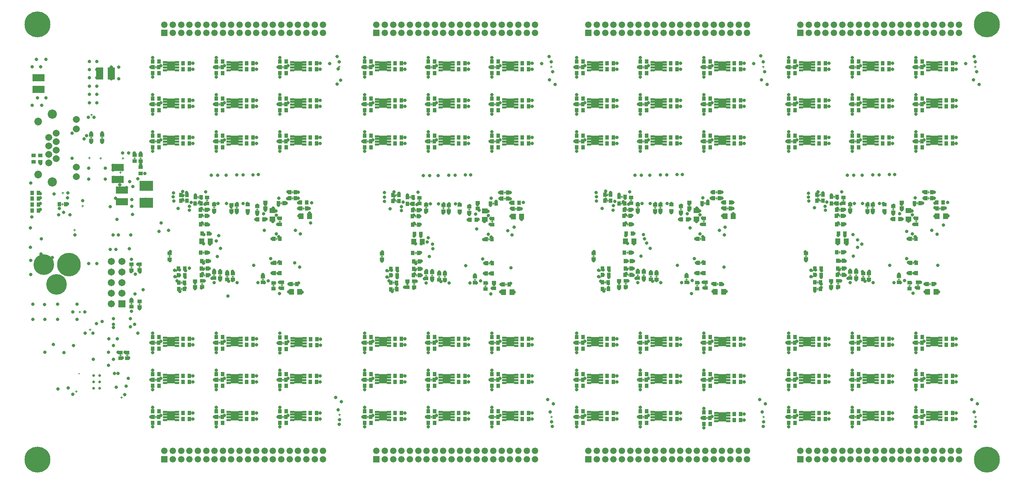
<source format=gbs>
G04*
G04 #@! TF.GenerationSoftware,Altium Limited,Altium Designer,18.1.7 (191)*
G04*
G04 Layer_Color=16711935*
%FSLAX25Y25*%
%MOIN*%
G70*
G01*
G75*
%ADD10C,0.00787*%
%ADD16C,0.00500*%
%ADD54R,0.04300X0.03800*%
%ADD58R,0.04737X0.05721*%
%ADD60R,0.03800X0.04300*%
%ADD65R,0.04343X0.03800*%
%ADD68R,0.03800X0.04343*%
%ADD70R,0.11800X0.07099*%
%ADD81R,0.07493X0.08871*%
%ADD82R,0.04147X0.02178*%
%ADD86R,0.07099X0.11800*%
%ADD87C,0.07296*%
%ADD88C,0.08674*%
%ADD89C,0.06556*%
%ADD90C,0.02532*%
%ADD91C,0.22296*%
%ADD92C,0.19461*%
%ADD93C,0.24422*%
%ADD94C,0.06115*%
%ADD95R,0.06115X0.06115*%
%ADD96R,0.06706X0.06706*%
%ADD97C,0.06706*%
%ADD98C,0.03200*%
%ADD179R,0.12800X0.09800*%
%ADD180R,0.05721X0.04737*%
D10*
X52025Y93202D02*
G03*
X52025Y93202I-394J0D01*
G01*
D16*
X102926Y296599D02*
X104926D01*
X103926Y295599D02*
Y297599D01*
X742376Y184619D02*
X744376D01*
X743376Y183619D02*
Y185619D01*
X542076Y184604D02*
X544076D01*
X543076Y183604D02*
Y185604D01*
X343386Y183259D02*
Y185259D01*
X342386Y184259D02*
X344386D01*
X46306Y228669D02*
X48306D01*
X47306Y227669D02*
Y229669D01*
X62356Y337549D02*
X64356D01*
X63356Y336549D02*
Y338549D01*
X124009Y381418D02*
Y383418D01*
X123009Y382418D02*
X125009D01*
X826546Y252185D02*
X828546D01*
X827546Y251185D02*
Y253185D01*
X862583Y249129D02*
X864583D01*
X863583Y248129D02*
Y250129D01*
X795312Y248687D02*
Y250687D01*
X794312Y249687D02*
X796312D01*
X784746Y185273D02*
Y187273D01*
X783746Y186273D02*
X785746D01*
X837246Y220429D02*
X839246D01*
X838246Y219429D02*
Y221429D01*
X824946Y181273D02*
Y183273D01*
X823946Y182273D02*
X825946D01*
X837696Y197720D02*
X839696D01*
X838696Y196720D02*
Y198720D01*
X819746Y247329D02*
Y249329D01*
X818746Y248329D02*
X820746D01*
X800346Y248829D02*
Y250829D01*
X799346Y249829D02*
X801346D01*
X778946Y249129D02*
Y251129D01*
X777946Y250129D02*
X779946D01*
X768146Y234129D02*
X770146D01*
X769146Y233129D02*
Y235129D01*
X768146Y207629D02*
X770146D01*
X769146Y206629D02*
Y208629D01*
X779046Y185229D02*
Y187229D01*
X778046Y186229D02*
X780046D01*
X791346Y183929D02*
Y185929D01*
X790346Y184929D02*
X792346D01*
X747390Y173229D02*
X749390D01*
X748390Y172229D02*
Y174229D01*
X834946Y175273D02*
Y177273D01*
X833946Y176273D02*
X835946D01*
X768846Y186329D02*
X770846D01*
X769846Y185329D02*
Y187329D01*
X768946Y192429D02*
X770946D01*
X769946Y191429D02*
Y193429D01*
X767946Y247829D02*
X769946D01*
X768946Y246829D02*
Y248829D01*
X767846Y242129D02*
X769846D01*
X768846Y241129D02*
Y243129D01*
X747346Y179329D02*
X749346D01*
X748346Y178329D02*
Y180329D01*
X841346Y254229D02*
X843346D01*
X842346Y253229D02*
Y255229D01*
X837446Y188229D02*
X839446D01*
X838446Y187229D02*
Y189229D01*
X842946Y175773D02*
Y177773D01*
X841946Y176773D02*
X843946D01*
X795746Y185029D02*
X797746D01*
X796746Y184029D02*
Y186029D01*
X767746Y177029D02*
Y179029D01*
X766746Y178029D02*
X768746D01*
X769046Y199629D02*
X771046D01*
X770046Y198629D02*
Y200629D01*
X841246Y236029D02*
Y238029D01*
X840246Y237029D02*
X842246D01*
X761146Y176929D02*
Y178929D01*
X760146Y177929D02*
X762146D01*
X763946Y252829D02*
Y254829D01*
X762946Y253829D02*
X764946D01*
X853146Y257729D02*
Y259729D01*
X852146Y258729D02*
X854146D01*
X772528Y255797D02*
Y257797D01*
X771528Y256797D02*
X773528D01*
X854446Y176829D02*
Y178829D01*
X853446Y177829D02*
X855446D01*
X763046Y260029D02*
X765046D01*
X764046Y259029D02*
Y261029D01*
X749546Y262029D02*
X751546D01*
X750546Y261029D02*
Y263029D01*
X852146Y264529D02*
X854146D01*
X853146Y263529D02*
Y265529D01*
X749546Y256529D02*
X751546D01*
X750546Y255529D02*
Y257529D01*
X543076Y189534D02*
Y191534D01*
X542076Y190534D02*
X544076D01*
X536946Y203070D02*
Y205070D01*
X535946Y204070D02*
X537946D01*
X109516Y295569D02*
Y297569D01*
X108516Y296569D02*
X110516D01*
X91877Y296599D02*
X93877D01*
X92877Y295599D02*
Y297599D01*
X89496Y283279D02*
X91496D01*
X90496Y282279D02*
Y284279D01*
X92752Y273319D02*
Y275319D01*
X91752Y274319D02*
X93752D01*
X35898Y251973D02*
Y253973D01*
X34898Y252973D02*
X36898D01*
X124009Y311418D02*
Y313418D01*
X123009Y312418D02*
X125009D01*
X724009Y121418D02*
Y123418D01*
X723009Y122418D02*
X725009D01*
X723009D02*
X725009D01*
X724009Y121418D02*
Y123418D01*
X342386Y190189D02*
X344386D01*
X343386Y189189D02*
Y191189D01*
X347356Y178969D02*
X349356D01*
X348356Y177969D02*
Y179969D01*
X368856Y185969D02*
X370856D01*
X369856Y184969D02*
Y186969D01*
X368956Y192069D02*
X370956D01*
X369956Y191069D02*
Y193069D01*
X368156Y233769D02*
X370156D01*
X369156Y232769D02*
Y234769D01*
X367856Y241769D02*
X369856D01*
X368856Y240769D02*
Y242769D01*
X391356Y183569D02*
Y185569D01*
X390356Y184569D02*
X392356D01*
X453456Y177469D02*
X455456D01*
X454456Y176469D02*
Y178469D01*
X452156Y258369D02*
X454156D01*
X453156Y257369D02*
Y259369D01*
X452156Y264169D02*
X454156D01*
X453156Y263169D02*
Y265169D01*
X347400Y172869D02*
X349400D01*
X348400Y171869D02*
Y173869D01*
X362956Y253469D02*
X364956D01*
X363956Y252469D02*
Y254469D01*
X367756Y176669D02*
Y178669D01*
X366756Y177669D02*
X368756D01*
X368156Y207269D02*
X370156D01*
X369156Y206269D02*
Y208269D01*
X369056Y199269D02*
X371056D01*
X370056Y198269D02*
Y200269D01*
X363056Y259669D02*
X365056D01*
X364056Y258669D02*
Y260669D01*
X384756Y184913D02*
Y186913D01*
X383756Y185913D02*
X385756D01*
X400356Y248469D02*
Y250469D01*
X399356Y249469D02*
X401356D01*
X437456Y187869D02*
X439456D01*
X438456Y186869D02*
Y188869D01*
X437256Y220069D02*
X439256D01*
X438256Y219069D02*
Y221069D01*
X441356Y253869D02*
X443356D01*
X442356Y252869D02*
Y254869D01*
X367956Y247469D02*
X369956D01*
X368956Y246469D02*
Y248469D01*
X336256Y203725D02*
X338256D01*
X337256Y202725D02*
Y204725D01*
X349556Y256169D02*
X351556D01*
X350556Y255169D02*
Y257169D01*
X372538Y255437D02*
Y257437D01*
X371538Y256437D02*
X373538D01*
X396756Y183669D02*
Y185669D01*
X395756Y184669D02*
X397756D01*
X424956Y180913D02*
Y182913D01*
X423956Y181913D02*
X425956D01*
X434956Y174913D02*
Y176913D01*
X433956Y175913D02*
X435956D01*
X442956Y175413D02*
Y177413D01*
X441956Y176413D02*
X443956D01*
X441256Y235669D02*
Y237669D01*
X440256Y236669D02*
X442256D01*
X419756Y246969D02*
Y248969D01*
X418756Y247969D02*
X420756D01*
X427556Y250825D02*
Y252825D01*
X426556Y251825D02*
X428556D01*
X462593Y248769D02*
X464593D01*
X463593Y247769D02*
Y249769D01*
X349556Y261669D02*
X351556D01*
X350556Y260669D02*
Y262669D01*
X379056Y184869D02*
Y186869D01*
X378056Y185869D02*
X380056D01*
X361156Y176569D02*
Y178569D01*
X360156Y177569D02*
X362156D01*
X378956Y248769D02*
Y250769D01*
X377956Y249769D02*
X379956D01*
X395322Y248327D02*
Y250327D01*
X394322Y249327D02*
X396322D01*
X437706Y197360D02*
X439706D01*
X438706Y196360D02*
Y198360D01*
X495985Y382676D02*
X497985D01*
X496985Y381676D02*
Y383676D01*
X324009Y311418D02*
Y313418D01*
X323009Y312418D02*
X325009D01*
X724009Y311418D02*
Y313418D01*
X723009Y312418D02*
X725009D01*
X324009Y346418D02*
Y348418D01*
X323009Y347418D02*
X325009D01*
X524009Y346418D02*
Y348418D01*
X523009Y347418D02*
X525009D01*
X724009Y346418D02*
Y348418D01*
X723009Y347418D02*
X725009D01*
X324009Y381418D02*
Y383418D01*
X323009Y382418D02*
X325009D01*
X524009Y381418D02*
Y383418D01*
X523009Y382418D02*
X525009D01*
X724009Y381418D02*
Y383418D01*
X723009Y382418D02*
X725009D01*
X384009Y311418D02*
Y313418D01*
X383009Y312418D02*
X385009D01*
X584009Y311418D02*
Y313418D01*
X583009Y312418D02*
X585009D01*
X784009Y311418D02*
Y313418D01*
X783009Y312418D02*
X785009D01*
X384009Y346418D02*
Y348418D01*
X383009Y347418D02*
X385009D01*
X584009Y346418D02*
Y348418D01*
X583009Y347418D02*
X585009D01*
X784009Y346418D02*
Y348418D01*
X783009Y347418D02*
X785009D01*
X384009Y381418D02*
Y383418D01*
X383009Y382418D02*
X385009D01*
X584009Y381418D02*
Y383418D01*
X583009Y382418D02*
X585009D01*
X784009Y381418D02*
Y383418D01*
X783009Y382418D02*
X785009D01*
X444009Y311418D02*
Y313418D01*
X443009Y312418D02*
X445009D01*
X644009Y311418D02*
Y313418D01*
X643009Y312418D02*
X645009D01*
X844009Y311418D02*
Y313418D01*
X843009Y312418D02*
X845009D01*
X444009Y346418D02*
Y348418D01*
X443009Y347418D02*
X445009D01*
X644009Y346418D02*
Y348418D01*
X643009Y347418D02*
X645009D01*
X844009Y346418D02*
Y348418D01*
X843009Y347418D02*
X845009D01*
X444009Y381418D02*
Y383418D01*
X443009Y382418D02*
X445009D01*
X644009Y381418D02*
Y383418D01*
X643009Y382418D02*
X645009D01*
X844009Y381418D02*
Y383418D01*
X843009Y382418D02*
X845009D01*
X324009Y121418D02*
Y123418D01*
X323009Y122418D02*
X325009D01*
X524009Y121418D02*
Y123418D01*
X523009Y122418D02*
X525009D01*
X324009Y86418D02*
Y88418D01*
X323009Y87418D02*
X325009D01*
X524009Y86418D02*
Y88418D01*
X523009Y87418D02*
X525009D01*
X724009Y86418D02*
Y88418D01*
X723009Y87418D02*
X725009D01*
X323009Y52418D02*
X325009D01*
X324009Y51418D02*
Y53418D01*
X523009Y52418D02*
X525009D01*
X524009Y51418D02*
Y53418D01*
X723009Y52418D02*
X725009D01*
X724009Y51418D02*
Y53418D01*
X384009Y121418D02*
Y123418D01*
X383009Y122418D02*
X385009D01*
X584009Y121418D02*
Y123418D01*
X583009Y122418D02*
X585009D01*
X784009Y121418D02*
Y123418D01*
X783009Y122418D02*
X785009D01*
X384009Y86418D02*
Y88418D01*
X383009Y87418D02*
X385009D01*
X584009Y86418D02*
Y88418D01*
X583009Y87418D02*
X585009D01*
X784009Y86418D02*
Y88418D01*
X783009Y87418D02*
X785009D01*
X384009Y51418D02*
Y53418D01*
X383009Y52418D02*
X385009D01*
X584009Y51418D02*
Y53418D01*
X583009Y52418D02*
X585009D01*
X784009Y51418D02*
Y53418D01*
X783009Y52418D02*
X785009D01*
X444009Y121418D02*
Y123418D01*
X443009Y122418D02*
X445009D01*
X644009Y121418D02*
Y123418D01*
X643009Y122418D02*
X645009D01*
X844009Y121418D02*
Y123418D01*
X843009Y122418D02*
X845009D01*
X444009Y86418D02*
Y88418D01*
X443009Y87418D02*
X445009D01*
X644009Y86418D02*
Y88418D01*
X643009Y87418D02*
X645009D01*
X844009Y86418D02*
Y88418D01*
X843009Y87418D02*
X845009D01*
X444009Y51418D02*
Y53418D01*
X443009Y52418D02*
X445009D01*
X644009Y50418D02*
Y52418D01*
X643009Y51418D02*
X645009D01*
X844009D02*
Y53418D01*
X843009Y52418D02*
X845009D01*
X524009Y311418D02*
Y313418D01*
X523009Y312418D02*
X525009D01*
X143276Y183519D02*
Y185519D01*
X142276Y184519D02*
X144276D01*
X143276Y189449D02*
Y191449D01*
X142276Y190449D02*
X144276D01*
X137146Y202985D02*
Y204985D01*
X136146Y203985D02*
X138146D01*
X123009Y87418D02*
X125009D01*
X124009Y86418D02*
Y88418D01*
X123009Y122418D02*
X125009D01*
X124009Y121418D02*
Y123418D01*
X123009Y52418D02*
X125009D01*
X124009Y51418D02*
Y53418D01*
X183009Y122418D02*
X185009D01*
X184009Y121418D02*
Y123418D01*
X183009Y87418D02*
X185009D01*
X184009Y86418D02*
Y88418D01*
X183009Y52418D02*
X185009D01*
X184009Y51418D02*
Y53418D01*
X243126Y122059D02*
X245126D01*
X244126Y121059D02*
Y123059D01*
X243009Y87418D02*
X245009D01*
X244009Y86418D02*
Y88418D01*
X243009Y52418D02*
X245009D01*
X244009Y51418D02*
Y53418D01*
X123009Y122418D02*
X125009D01*
X124009Y121418D02*
Y123418D01*
X297267Y53442D02*
Y55442D01*
X296267Y54442D02*
X298267D01*
X243009Y52418D02*
X245009D01*
X244009Y51418D02*
Y53418D01*
X243009Y87418D02*
X245009D01*
X244009Y86418D02*
Y88418D01*
X243126Y122059D02*
X245126D01*
X244126Y121059D02*
Y123059D01*
X183009Y52418D02*
X185009D01*
X184009Y51418D02*
Y53418D01*
X183009Y87418D02*
X185009D01*
X184009Y86418D02*
Y88418D01*
X183009Y122418D02*
X185009D01*
X184009Y121418D02*
Y123418D01*
X123009Y52418D02*
X125009D01*
X124009Y51418D02*
Y53418D01*
X123009Y87418D02*
X125009D01*
X124009Y86418D02*
Y88418D01*
X184009Y381418D02*
Y383418D01*
X183009Y382418D02*
X185009D01*
X123009Y312418D02*
X125009D01*
X124009Y311418D02*
Y313418D01*
X243009Y312418D02*
X245009D01*
X244009Y311418D02*
Y313418D01*
X123009Y382418D02*
X125009D01*
X124009Y381418D02*
Y383418D01*
X243009Y382418D02*
X245009D01*
X244009Y381418D02*
Y383418D01*
X123009Y347418D02*
X125009D01*
X124009Y346418D02*
Y348418D01*
X243009Y347418D02*
X245009D01*
X244009Y346418D02*
Y348418D01*
X183009Y312418D02*
X185009D01*
X184009Y311418D02*
Y313418D01*
X183009Y382418D02*
X185009D01*
X184009Y381418D02*
Y383418D01*
X183009Y347418D02*
X185009D01*
X184009Y346418D02*
Y348418D01*
X243009Y312418D02*
X245009D01*
X244009Y311418D02*
Y313418D01*
X243009Y382418D02*
X245009D01*
X244009Y381418D02*
Y383418D01*
X123009Y347418D02*
X125009D01*
X124009Y346418D02*
Y348418D01*
X243009Y347418D02*
X245009D01*
X244009Y346418D02*
Y348418D01*
X183009Y312418D02*
X185009D01*
X184009Y311418D02*
Y313418D01*
X296985Y381676D02*
Y383676D01*
X295985Y382676D02*
X297985D01*
X183009Y347418D02*
X185009D01*
X184009Y346418D02*
Y348418D01*
X723009Y312418D02*
X725009D01*
X724009Y311418D02*
Y313418D01*
X523009Y312418D02*
X525009D01*
X524009Y311418D02*
Y313418D01*
X323009Y312418D02*
X325009D01*
X324009Y311418D02*
Y313418D01*
X897267Y51442D02*
Y53442D01*
X896267Y52442D02*
X898267D01*
X697267Y51442D02*
Y53442D01*
X696267Y52442D02*
X698267D01*
X497267Y51442D02*
Y53442D01*
X496267Y52442D02*
X498267D01*
X843009Y52418D02*
X845009D01*
X844009Y51418D02*
Y53418D01*
X643009Y51418D02*
X645009D01*
X644009Y50418D02*
Y52418D01*
X443009D02*
X445009D01*
X444009Y51418D02*
Y53418D01*
X843009Y87418D02*
X845009D01*
X844009Y86418D02*
Y88418D01*
X643009Y87418D02*
X645009D01*
X644009Y86418D02*
Y88418D01*
X443009Y87418D02*
X445009D01*
X444009Y86418D02*
Y88418D01*
X843009Y122418D02*
X845009D01*
X844009Y121418D02*
Y123418D01*
X643009Y122418D02*
X645009D01*
X644009Y121418D02*
Y123418D01*
X443009Y122418D02*
X445009D01*
X444009Y121418D02*
Y123418D01*
X783009Y52418D02*
X785009D01*
X784009Y51418D02*
Y53418D01*
X583009Y52418D02*
X585009D01*
X584009Y51418D02*
Y53418D01*
X383009Y52418D02*
X385009D01*
X384009Y51418D02*
Y53418D01*
X783009Y87418D02*
X785009D01*
X784009Y86418D02*
Y88418D01*
X583009Y87418D02*
X585009D01*
X584009Y86418D02*
Y88418D01*
X383009Y87418D02*
X385009D01*
X384009Y86418D02*
Y88418D01*
X783009Y122418D02*
X785009D01*
X784009Y121418D02*
Y123418D01*
X583009Y122418D02*
X585009D01*
X584009Y121418D02*
Y123418D01*
X383009Y122418D02*
X385009D01*
X384009Y121418D02*
Y123418D01*
X723009Y52418D02*
X725009D01*
X724009Y51418D02*
Y53418D01*
X523009Y52418D02*
X525009D01*
X524009Y51418D02*
Y53418D01*
X323009Y52418D02*
X325009D01*
X324009Y51418D02*
Y53418D01*
X723009Y87418D02*
X725009D01*
X724009Y86418D02*
Y88418D01*
X523009Y87418D02*
X525009D01*
X524009Y86418D02*
Y88418D01*
X323009Y87418D02*
X325009D01*
X324009Y86418D02*
Y88418D01*
X523009Y122418D02*
X525009D01*
X524009Y121418D02*
Y123418D01*
X323009Y122418D02*
X325009D01*
X324009Y121418D02*
Y123418D01*
X896985Y381676D02*
Y383676D01*
X895985Y382676D02*
X897985D01*
X696985Y381676D02*
Y383676D01*
X695985Y382676D02*
X697985D01*
X843009Y382418D02*
X845009D01*
X844009Y381418D02*
Y383418D01*
X643009Y382418D02*
X645009D01*
X644009Y381418D02*
Y383418D01*
X443009Y382418D02*
X445009D01*
X444009Y381418D02*
Y383418D01*
X843009Y347418D02*
X845009D01*
X844009Y346418D02*
Y348418D01*
X643009Y347418D02*
X645009D01*
X644009Y346418D02*
Y348418D01*
X443009Y347418D02*
X445009D01*
X444009Y346418D02*
Y348418D01*
X843009Y312418D02*
X845009D01*
X844009Y311418D02*
Y313418D01*
X643009Y312418D02*
X645009D01*
X644009Y311418D02*
Y313418D01*
X443009Y312418D02*
X445009D01*
X444009Y311418D02*
Y313418D01*
X783009Y382418D02*
X785009D01*
X784009Y381418D02*
Y383418D01*
X583009Y382418D02*
X585009D01*
X584009Y381418D02*
Y383418D01*
X383009Y382418D02*
X385009D01*
X384009Y381418D02*
Y383418D01*
X783009Y347418D02*
X785009D01*
X784009Y346418D02*
Y348418D01*
X583009Y347418D02*
X585009D01*
X584009Y346418D02*
Y348418D01*
X383009Y347418D02*
X385009D01*
X384009Y346418D02*
Y348418D01*
X783009Y312418D02*
X785009D01*
X784009Y311418D02*
Y313418D01*
X583009Y312418D02*
X585009D01*
X584009Y311418D02*
Y313418D01*
X383009Y312418D02*
X385009D01*
X384009Y311418D02*
Y313418D01*
X723009Y382418D02*
X725009D01*
X724009Y381418D02*
Y383418D01*
X523009Y382418D02*
X525009D01*
X524009Y381418D02*
Y383418D01*
X323009Y382418D02*
X325009D01*
X324009Y381418D02*
Y383418D01*
X723009Y347418D02*
X725009D01*
X724009Y346418D02*
Y348418D01*
X523009Y347418D02*
X525009D01*
X524009Y346418D02*
Y348418D01*
X323009Y347418D02*
X325009D01*
X324009Y346418D02*
Y348418D01*
X100836Y158093D02*
Y160093D01*
X99836Y159093D02*
X101836D01*
X100846Y192625D02*
Y194625D01*
X99846Y193625D02*
X101846D01*
X108806Y157849D02*
Y159849D01*
X107806Y158849D02*
X109806D01*
X108706Y192839D02*
Y194839D01*
X107706Y193839D02*
X109706D01*
X262483Y249029D02*
X264483D01*
X263483Y248029D02*
Y250029D01*
X195212Y248587D02*
Y250587D01*
X194212Y249587D02*
X196212D01*
X184646Y185173D02*
Y187173D01*
X183646Y186173D02*
X185646D01*
X237146Y220329D02*
X239146D01*
X238146Y219329D02*
Y221329D01*
X224846Y181173D02*
Y183173D01*
X223846Y182173D02*
X225846D01*
X237596Y197620D02*
X239596D01*
X238596Y196620D02*
Y198620D01*
X219646Y247229D02*
Y249229D01*
X218646Y248229D02*
X220646D01*
X200246Y248729D02*
Y250729D01*
X199246Y249729D02*
X201246D01*
X178846Y249029D02*
Y251029D01*
X177846Y250029D02*
X179846D01*
X168046Y234029D02*
X170046D01*
X169046Y233029D02*
Y235029D01*
X168046Y207529D02*
X170046D01*
X169046Y206529D02*
Y208529D01*
X178946Y185129D02*
Y187129D01*
X177946Y186129D02*
X179946D01*
X191246Y183829D02*
Y185829D01*
X190246Y184829D02*
X192246D01*
X147290Y173129D02*
X149290D01*
X148290Y172129D02*
Y174129D01*
X234846Y175173D02*
Y177173D01*
X233846Y176173D02*
X235846D01*
X168746Y186229D02*
X170746D01*
X169746Y185229D02*
Y187229D01*
X168846Y192329D02*
X170846D01*
X169846Y191329D02*
Y193329D01*
X167846Y247729D02*
X169846D01*
X168846Y246729D02*
Y248729D01*
X167746Y242029D02*
X169746D01*
X168746Y241029D02*
Y243029D01*
X147246Y179229D02*
X149246D01*
X148246Y178229D02*
Y180229D01*
X241246Y254129D02*
X243246D01*
X242246Y253129D02*
Y255129D01*
X237346Y188129D02*
X239346D01*
X238346Y187129D02*
Y189129D01*
X242846Y175673D02*
Y177673D01*
X241846Y176673D02*
X243846D01*
X196646Y183929D02*
Y185929D01*
X195646Y184929D02*
X197646D01*
X167646Y176929D02*
Y178929D01*
X166646Y177929D02*
X168646D01*
X168946Y199529D02*
X170946D01*
X169946Y198529D02*
Y200529D01*
X241146Y235929D02*
Y237929D01*
X240146Y236929D02*
X242146D01*
X161046Y176829D02*
Y178829D01*
X160046Y177829D02*
X162046D01*
X162846Y253729D02*
X164846D01*
X163846Y252729D02*
Y254729D01*
X252046Y258629D02*
X254046D01*
X253046Y257629D02*
Y259629D01*
X172428Y255697D02*
Y257697D01*
X171428Y256697D02*
X173428D01*
X253346Y177729D02*
X255346D01*
X254346Y176729D02*
Y178729D01*
X162946Y259929D02*
X164946D01*
X163946Y258929D02*
Y260929D01*
X149446Y261929D02*
X151446D01*
X150446Y260929D02*
Y262929D01*
X252046Y264429D02*
X254046D01*
X253046Y263429D02*
Y265429D01*
X227446Y251085D02*
Y253085D01*
X226446Y252085D02*
X228446D01*
X149446Y256429D02*
X151446D01*
X150446Y255429D02*
Y257429D01*
X663283Y248114D02*
Y250114D01*
X662283Y249114D02*
X664283D01*
X594012Y249672D02*
X596012D01*
X595012Y248672D02*
Y250672D01*
X583446Y186258D02*
X585446D01*
X584446Y185258D02*
Y187258D01*
X637946Y219414D02*
Y221414D01*
X636946Y220414D02*
X638946D01*
X623646Y182258D02*
X625646D01*
X624646Y181258D02*
Y183258D01*
X638396Y196705D02*
Y198705D01*
X637396Y197705D02*
X639396D01*
X618446Y248314D02*
X620446D01*
X619446Y247314D02*
Y249314D01*
X599046Y249814D02*
X601046D01*
X600046Y248814D02*
Y250814D01*
X577646Y250114D02*
X579646D01*
X578646Y249114D02*
Y251114D01*
X568846Y233114D02*
Y235114D01*
X567846Y234114D02*
X569846D01*
X568846Y206614D02*
Y208614D01*
X567846Y207614D02*
X569846D01*
X577746Y186214D02*
X579746D01*
X578746Y185214D02*
Y187214D01*
X590046Y184914D02*
X592046D01*
X591046Y183914D02*
Y185914D01*
X548090Y172214D02*
Y174214D01*
X547090Y173214D02*
X549090D01*
X633646Y176258D02*
X635646D01*
X634646Y175258D02*
Y177258D01*
X569546Y185314D02*
Y187314D01*
X568546Y186314D02*
X570546D01*
X569646Y191414D02*
Y193414D01*
X568646Y192414D02*
X570646D01*
X568646Y246814D02*
Y248814D01*
X567646Y247814D02*
X569646D01*
X568546Y241114D02*
Y243114D01*
X567546Y242114D02*
X569546D01*
X548046Y178314D02*
Y180314D01*
X547046Y179314D02*
X549046D01*
X642046Y253214D02*
Y255214D01*
X641046Y254214D02*
X643046D01*
X638146Y187214D02*
Y189214D01*
X637146Y188214D02*
X639146D01*
X641646Y176758D02*
X643646D01*
X642646Y175758D02*
Y177758D01*
X595446Y185014D02*
X597446D01*
X596446Y184014D02*
Y186014D01*
X566446Y178014D02*
X568446D01*
X567446Y177014D02*
Y179014D01*
X569746Y198614D02*
Y200614D01*
X568746Y199614D02*
X570746D01*
X639946Y237014D02*
X641946D01*
X640946Y236014D02*
Y238014D01*
X559846Y177914D02*
X561846D01*
X560846Y176914D02*
Y178914D01*
X563646Y252814D02*
Y254814D01*
X562646Y253814D02*
X564646D01*
X652846Y257714D02*
Y259714D01*
X651846Y258714D02*
X653846D01*
X571228Y256782D02*
X573228D01*
X572228Y255782D02*
Y257782D01*
X654146Y176814D02*
Y178814D01*
X653146Y177814D02*
X655146D01*
X563746Y259014D02*
Y261014D01*
X562746Y260014D02*
X564746D01*
X550246Y261014D02*
Y263014D01*
X549246Y262014D02*
X551246D01*
X652846Y263514D02*
Y265514D01*
X651846Y264514D02*
X653846D01*
X626246Y252170D02*
X628246D01*
X627246Y251170D02*
Y253170D01*
X550246Y255514D02*
Y257514D01*
X549246Y256514D02*
X551246D01*
X742376Y190549D02*
X744376D01*
X743376Y189549D02*
Y191549D01*
X36160Y262889D02*
Y264889D01*
X35160Y263889D02*
X37160D01*
X63126Y314709D02*
Y316709D01*
X62126Y315709D02*
X64126D01*
X73366Y314709D02*
Y316709D01*
X72366Y315709D02*
X74366D01*
X55116Y250499D02*
Y252499D01*
X54116Y251499D02*
X56116D01*
X51350Y151549D02*
X53350D01*
X52350Y150549D02*
Y152549D01*
X47976Y76499D02*
X49976D01*
X48976Y75499D02*
Y77499D01*
X62132Y133699D02*
Y135699D01*
X61132Y134699D02*
X63132D01*
X91576Y69699D02*
Y71699D01*
X90576Y70699D02*
X92576D01*
X95976Y110399D02*
X97976D01*
X96976Y109399D02*
Y111399D01*
X89698Y110399D02*
X91698D01*
X90698Y109399D02*
Y111399D01*
X736246Y204085D02*
X738246D01*
X737246Y203085D02*
Y205085D01*
X61246Y295669D02*
Y297669D01*
X60246Y296669D02*
X62246D01*
X71952Y295489D02*
Y297489D01*
X70952Y296489D02*
X72952D01*
D54*
X610256Y246814D02*
D03*
X811406Y246829D02*
D03*
X109506Y288139D02*
D03*
Y282139D02*
D03*
X410546Y246469D02*
D03*
Y252469D02*
D03*
X210676Y252729D02*
D03*
Y246729D02*
D03*
X610256Y252814D02*
D03*
X8626Y299089D02*
D03*
Y293089D02*
D03*
X15146Y299089D02*
D03*
Y293089D02*
D03*
X811406Y252829D02*
D03*
D58*
X459893Y170169D02*
D03*
X375293Y217869D02*
D03*
X461156Y241569D02*
D03*
X175183Y218129D02*
D03*
X261046Y241829D02*
D03*
X574983Y218214D02*
D03*
X660846Y241914D02*
D03*
X775283Y218229D02*
D03*
X861146Y241929D02*
D03*
X259783Y170429D02*
D03*
X659583Y170514D02*
D03*
X859883Y170529D02*
D03*
X268920Y241829D02*
D03*
X367419Y217869D02*
D03*
X452019Y170169D02*
D03*
X469030Y241569D02*
D03*
X869020Y241929D02*
D03*
X767409Y218229D02*
D03*
X852009Y170529D02*
D03*
X167309Y218129D02*
D03*
X251909Y170429D02*
D03*
X668720Y241914D02*
D03*
X567109Y218214D02*
D03*
X651709Y170514D02*
D03*
D60*
X7180Y247229D02*
D03*
X13180D02*
D03*
Y252783D02*
D03*
X7180D02*
D03*
X460593Y254359D02*
D03*
X173746Y225329D02*
D03*
X373856Y225069D02*
D03*
X773846Y225429D02*
D03*
X260483Y254619D02*
D03*
X660283Y254704D02*
D03*
X860583Y254719D02*
D03*
X420486Y238449D02*
D03*
X820136Y239129D02*
D03*
X573546Y225414D02*
D03*
X266483Y254619D02*
D03*
X727009Y127918D02*
D03*
X721009D02*
D03*
X727009Y116918D02*
D03*
X721009D02*
D03*
X351556Y185969D02*
D03*
X345556D02*
D03*
X351556Y192069D02*
D03*
X345556D02*
D03*
X367856Y225069D02*
D03*
X426486Y238449D02*
D03*
X466593Y254359D02*
D03*
X349709Y310518D02*
D03*
X355709D02*
D03*
X349709Y316218D02*
D03*
X355709D02*
D03*
X321009Y306918D02*
D03*
X327009D02*
D03*
X321009Y317918D02*
D03*
X327009D02*
D03*
X721009Y306918D02*
D03*
X727009D02*
D03*
X749709Y310518D02*
D03*
X755709D02*
D03*
X721009Y317918D02*
D03*
X727009D02*
D03*
X749709Y316218D02*
D03*
X755709D02*
D03*
X321009Y341918D02*
D03*
X327009D02*
D03*
X349709Y345518D02*
D03*
X355709D02*
D03*
X321009Y352918D02*
D03*
X327009D02*
D03*
X349709Y351218D02*
D03*
X355709D02*
D03*
X521009Y341918D02*
D03*
X527009D02*
D03*
X549709Y345518D02*
D03*
X555709D02*
D03*
X521009Y352918D02*
D03*
X527009D02*
D03*
X549709Y351218D02*
D03*
X555709D02*
D03*
X721009Y341918D02*
D03*
X727009D02*
D03*
X749709Y345518D02*
D03*
X755709D02*
D03*
X721009Y352918D02*
D03*
X727009D02*
D03*
X749709Y351218D02*
D03*
X755709D02*
D03*
X321009Y376918D02*
D03*
X327009D02*
D03*
X349709Y380518D02*
D03*
X355709D02*
D03*
X321009Y387918D02*
D03*
X327009D02*
D03*
X349709Y386218D02*
D03*
X355709D02*
D03*
X521009Y376918D02*
D03*
X527009D02*
D03*
X549709Y380518D02*
D03*
X555709D02*
D03*
X521009Y387918D02*
D03*
X527009D02*
D03*
X549709Y386218D02*
D03*
X555709D02*
D03*
X721009Y376918D02*
D03*
X727009D02*
D03*
X749709Y380518D02*
D03*
X755709D02*
D03*
X721009Y387918D02*
D03*
X727009D02*
D03*
X749709Y386218D02*
D03*
X755709D02*
D03*
X381009Y306918D02*
D03*
X387009D02*
D03*
X409709Y310518D02*
D03*
X415709D02*
D03*
X381009Y317918D02*
D03*
X387009D02*
D03*
X409709Y316218D02*
D03*
X415709D02*
D03*
X581009Y306918D02*
D03*
X587009D02*
D03*
X609709Y310518D02*
D03*
X615709D02*
D03*
X581009Y317918D02*
D03*
X587009D02*
D03*
X609709Y316218D02*
D03*
X615709D02*
D03*
X781009Y306918D02*
D03*
X787009D02*
D03*
X809709Y310518D02*
D03*
X815709D02*
D03*
X781009Y317918D02*
D03*
X787009D02*
D03*
X809709Y316218D02*
D03*
X815709D02*
D03*
X381009Y341918D02*
D03*
X387009D02*
D03*
X409709Y345518D02*
D03*
X415709D02*
D03*
X381009Y352918D02*
D03*
X387009D02*
D03*
X409709Y351218D02*
D03*
X415709D02*
D03*
X581009Y341918D02*
D03*
X587009D02*
D03*
X609709Y345518D02*
D03*
X615709D02*
D03*
X581009Y352918D02*
D03*
X587009D02*
D03*
X609709Y351218D02*
D03*
X615709D02*
D03*
X781009Y341918D02*
D03*
X787009D02*
D03*
X809709Y345518D02*
D03*
X815709D02*
D03*
X781009Y352918D02*
D03*
X787009D02*
D03*
X809709Y351218D02*
D03*
X815709D02*
D03*
X381009Y376918D02*
D03*
X387009D02*
D03*
X409709Y380518D02*
D03*
X415709D02*
D03*
X381009Y387918D02*
D03*
X387009D02*
D03*
X409709Y386218D02*
D03*
X415709D02*
D03*
X581009Y376918D02*
D03*
X587009D02*
D03*
X609709Y380518D02*
D03*
X615709D02*
D03*
X581009Y387918D02*
D03*
X587009D02*
D03*
X609709Y386218D02*
D03*
X615709D02*
D03*
X781009Y376918D02*
D03*
X787009D02*
D03*
X809709Y380518D02*
D03*
X815709D02*
D03*
X781009Y387918D02*
D03*
X787009D02*
D03*
X809709Y386218D02*
D03*
X815709D02*
D03*
X441009Y306918D02*
D03*
X447009D02*
D03*
X469709Y310518D02*
D03*
X475709D02*
D03*
X441009Y317918D02*
D03*
X447009D02*
D03*
X469709Y316218D02*
D03*
X475709D02*
D03*
X641009Y306918D02*
D03*
X647009D02*
D03*
X669709Y310518D02*
D03*
X675709D02*
D03*
X641009Y317918D02*
D03*
X647009D02*
D03*
X669709Y316218D02*
D03*
X675709D02*
D03*
X841009Y306918D02*
D03*
X847009D02*
D03*
X869709Y310518D02*
D03*
X875709D02*
D03*
X841009Y317918D02*
D03*
X847009D02*
D03*
X869709Y316218D02*
D03*
X875709D02*
D03*
X441009Y341918D02*
D03*
X447009D02*
D03*
X469709Y345518D02*
D03*
X475709D02*
D03*
X441009Y352918D02*
D03*
X447009D02*
D03*
X469709Y351218D02*
D03*
X475709D02*
D03*
X641009Y341918D02*
D03*
X647009D02*
D03*
X669709Y345518D02*
D03*
X675709D02*
D03*
X641009Y352918D02*
D03*
X647009D02*
D03*
X669709Y351218D02*
D03*
X675709D02*
D03*
X841009Y341918D02*
D03*
X847009D02*
D03*
X869709Y345518D02*
D03*
X875709D02*
D03*
X841009Y352918D02*
D03*
X847009D02*
D03*
X869709Y351218D02*
D03*
X875709D02*
D03*
X441009Y376918D02*
D03*
X447009D02*
D03*
X469709Y380518D02*
D03*
X475709D02*
D03*
X441009Y387918D02*
D03*
X447009D02*
D03*
X469709Y386218D02*
D03*
X475709D02*
D03*
X641009Y376918D02*
D03*
X647009D02*
D03*
X669709Y380518D02*
D03*
X675709D02*
D03*
X641009Y387918D02*
D03*
X647009D02*
D03*
X669709Y386218D02*
D03*
X675709D02*
D03*
X841009Y376918D02*
D03*
X847009D02*
D03*
X869709Y380518D02*
D03*
X875709D02*
D03*
X841009Y387918D02*
D03*
X847009D02*
D03*
X869709Y386218D02*
D03*
X875709D02*
D03*
X321009Y116918D02*
D03*
X327009D02*
D03*
X349709Y120518D02*
D03*
X355709D02*
D03*
X321009Y127918D02*
D03*
X327009D02*
D03*
X349709Y126218D02*
D03*
X355709D02*
D03*
X521009Y116918D02*
D03*
X527009D02*
D03*
X549709Y120518D02*
D03*
X555709D02*
D03*
X521009Y127918D02*
D03*
X527009D02*
D03*
X549709Y126218D02*
D03*
X555709D02*
D03*
X749709Y120518D02*
D03*
X755709D02*
D03*
X749709Y126218D02*
D03*
X755709D02*
D03*
X321009Y81918D02*
D03*
X327009D02*
D03*
X349709Y85518D02*
D03*
X355709D02*
D03*
X321009Y92918D02*
D03*
X327009D02*
D03*
X349709Y91218D02*
D03*
X355709D02*
D03*
X521009Y81918D02*
D03*
X527009D02*
D03*
X549709Y85518D02*
D03*
X555709D02*
D03*
X521009Y92918D02*
D03*
X527009D02*
D03*
X549709Y91218D02*
D03*
X555709D02*
D03*
X721009Y81918D02*
D03*
X727009D02*
D03*
X749709Y85518D02*
D03*
X755709D02*
D03*
X721009Y92918D02*
D03*
X727009D02*
D03*
X749709Y91218D02*
D03*
X755709D02*
D03*
X321009Y46918D02*
D03*
X327009D02*
D03*
X349709Y50518D02*
D03*
X355709D02*
D03*
X321009Y57918D02*
D03*
X327009D02*
D03*
X349709Y56218D02*
D03*
X355709D02*
D03*
X521009Y46918D02*
D03*
X527009D02*
D03*
X549709Y50518D02*
D03*
X555709D02*
D03*
X521009Y57918D02*
D03*
X527009D02*
D03*
X549709Y56218D02*
D03*
X555709D02*
D03*
X721009Y46918D02*
D03*
X727009D02*
D03*
X749709Y50518D02*
D03*
X755709D02*
D03*
X721009Y57918D02*
D03*
X727009D02*
D03*
X749709Y56218D02*
D03*
X755709D02*
D03*
X381009Y116918D02*
D03*
X387009D02*
D03*
X409709Y120518D02*
D03*
X415709D02*
D03*
X381009Y127918D02*
D03*
X387009D02*
D03*
X409709Y126218D02*
D03*
X415709D02*
D03*
X581009Y116918D02*
D03*
X587009D02*
D03*
X609709Y120518D02*
D03*
X615709D02*
D03*
X581009Y127918D02*
D03*
X587009D02*
D03*
X609709Y126218D02*
D03*
X615709D02*
D03*
X781009Y116918D02*
D03*
X787009D02*
D03*
X809709Y120518D02*
D03*
X815709D02*
D03*
X781009Y127918D02*
D03*
X787009D02*
D03*
X809709Y126218D02*
D03*
X815709D02*
D03*
X381009Y81918D02*
D03*
X387009D02*
D03*
X409709Y85518D02*
D03*
X415709D02*
D03*
X381009Y92918D02*
D03*
X387009D02*
D03*
X409709Y91218D02*
D03*
X415709D02*
D03*
X581009Y81918D02*
D03*
X587009D02*
D03*
X609709Y85518D02*
D03*
X615709D02*
D03*
X581009Y92918D02*
D03*
X587009D02*
D03*
X609709Y91218D02*
D03*
X615709D02*
D03*
X781009Y81918D02*
D03*
X787009D02*
D03*
X809709Y85518D02*
D03*
X815709D02*
D03*
X781009Y92918D02*
D03*
X787009D02*
D03*
X809709Y91218D02*
D03*
X815709D02*
D03*
X381009Y46918D02*
D03*
X387009D02*
D03*
X409709Y50518D02*
D03*
X415709D02*
D03*
X381009Y57918D02*
D03*
X387009D02*
D03*
X409709Y56218D02*
D03*
X415709D02*
D03*
X581009Y46918D02*
D03*
X587009D02*
D03*
X609709Y50518D02*
D03*
X615709D02*
D03*
X581009Y57918D02*
D03*
X587009D02*
D03*
X609709Y56218D02*
D03*
X615709D02*
D03*
X781009Y46918D02*
D03*
X787009D02*
D03*
X809709Y50518D02*
D03*
X815709D02*
D03*
X781009Y57918D02*
D03*
X787009D02*
D03*
X809709Y56218D02*
D03*
X815709D02*
D03*
X441009Y116918D02*
D03*
X447009D02*
D03*
X469709Y120518D02*
D03*
X475709D02*
D03*
X441009Y127918D02*
D03*
X447009D02*
D03*
X469709Y126218D02*
D03*
X475709D02*
D03*
X641009Y116918D02*
D03*
X647009D02*
D03*
X669709Y120518D02*
D03*
X675709D02*
D03*
X641009Y127918D02*
D03*
X647009D02*
D03*
X669709Y126218D02*
D03*
X675709D02*
D03*
X841009Y116918D02*
D03*
X847009D02*
D03*
X869709Y120518D02*
D03*
X875709D02*
D03*
X841009Y127918D02*
D03*
X847009D02*
D03*
X869709Y126218D02*
D03*
X875709D02*
D03*
X441009Y81918D02*
D03*
X447009D02*
D03*
X469709Y85518D02*
D03*
X475709D02*
D03*
X441009Y92918D02*
D03*
X447009D02*
D03*
X469709Y91218D02*
D03*
X475709D02*
D03*
X641009Y81918D02*
D03*
X647009D02*
D03*
X669709Y85518D02*
D03*
X675709D02*
D03*
X641009Y92918D02*
D03*
X647009D02*
D03*
X669709Y91218D02*
D03*
X675709D02*
D03*
X841009Y81918D02*
D03*
X847009D02*
D03*
X869709Y85518D02*
D03*
X875709D02*
D03*
X841009Y92918D02*
D03*
X847009D02*
D03*
X869709Y91218D02*
D03*
X875709D02*
D03*
X441009Y46918D02*
D03*
X447009D02*
D03*
X469709Y50518D02*
D03*
X475709D02*
D03*
X441009Y57918D02*
D03*
X447009D02*
D03*
X469709Y56218D02*
D03*
X475709D02*
D03*
X641009Y45918D02*
D03*
X647009D02*
D03*
X669709Y49518D02*
D03*
X675709D02*
D03*
X641009Y56918D02*
D03*
X647009D02*
D03*
X669709Y55218D02*
D03*
X675709D02*
D03*
X841009Y46918D02*
D03*
X847009D02*
D03*
X869709Y50518D02*
D03*
X875709D02*
D03*
X841009Y57918D02*
D03*
X847009D02*
D03*
X869709Y56218D02*
D03*
X875709D02*
D03*
X521009Y306918D02*
D03*
X527009D02*
D03*
X549709Y310518D02*
D03*
X555709D02*
D03*
X521009Y317918D02*
D03*
X527009D02*
D03*
X549709Y316218D02*
D03*
X555709D02*
D03*
X155709Y91218D02*
D03*
X149709D02*
D03*
X127009Y92918D02*
D03*
X121009D02*
D03*
X155709Y85518D02*
D03*
X149709D02*
D03*
X127009Y81918D02*
D03*
X121009D02*
D03*
X127009Y116918D02*
D03*
X121009D02*
D03*
X155709Y120518D02*
D03*
X149709D02*
D03*
X127009Y127918D02*
D03*
X121009D02*
D03*
X155709Y126218D02*
D03*
X149709D02*
D03*
X127009Y46918D02*
D03*
X121009D02*
D03*
X155709Y50518D02*
D03*
X149709D02*
D03*
X127009Y57918D02*
D03*
X121009D02*
D03*
X155709Y56218D02*
D03*
X149709D02*
D03*
X187009Y116918D02*
D03*
X181009D02*
D03*
X215709Y120518D02*
D03*
X209709D02*
D03*
X187009Y127918D02*
D03*
X181009D02*
D03*
X215709Y126218D02*
D03*
X209709D02*
D03*
X187009Y81918D02*
D03*
X181009D02*
D03*
X215709Y85518D02*
D03*
X209709D02*
D03*
X187009Y92918D02*
D03*
X181009D02*
D03*
X215709Y91218D02*
D03*
X209709D02*
D03*
X187009Y46918D02*
D03*
X181009D02*
D03*
X215709Y50518D02*
D03*
X209709D02*
D03*
X187009Y57918D02*
D03*
X181009D02*
D03*
X215709Y56218D02*
D03*
X209709D02*
D03*
X247126Y116559D02*
D03*
X241126D02*
D03*
X275826Y120159D02*
D03*
X269826D02*
D03*
X247126Y127559D02*
D03*
X241126D02*
D03*
X275826Y125859D02*
D03*
X269826D02*
D03*
X247009Y81918D02*
D03*
X241009D02*
D03*
X275709Y85518D02*
D03*
X269709D02*
D03*
X247009Y92918D02*
D03*
X241009D02*
D03*
X275709Y91218D02*
D03*
X269709D02*
D03*
X247009Y46918D02*
D03*
X241009D02*
D03*
X275709Y50518D02*
D03*
X269709D02*
D03*
X247009Y57918D02*
D03*
X241009D02*
D03*
X275709Y56218D02*
D03*
X269709D02*
D03*
X127009Y306918D02*
D03*
X121009D02*
D03*
X127009Y352918D02*
D03*
X121009D02*
D03*
X127009Y376918D02*
D03*
X121009D02*
D03*
X215709Y345518D02*
D03*
X209709D02*
D03*
X215709Y386218D02*
D03*
X209709D02*
D03*
X247009Y306918D02*
D03*
X241009D02*
D03*
X247009Y352918D02*
D03*
X241009D02*
D03*
X247009Y376918D02*
D03*
X241009D02*
D03*
X127009Y317918D02*
D03*
X121009D02*
D03*
X127009Y341918D02*
D03*
X121009D02*
D03*
X127009Y387918D02*
D03*
X121009D02*
D03*
X215709Y310518D02*
D03*
X209709D02*
D03*
X215709Y316218D02*
D03*
X209709D02*
D03*
X215709Y351218D02*
D03*
X209709D02*
D03*
X215709Y380518D02*
D03*
X209709D02*
D03*
X247009Y317918D02*
D03*
X241009D02*
D03*
X247009Y341918D02*
D03*
X241009D02*
D03*
X247009Y387918D02*
D03*
X241009D02*
D03*
X155709Y345518D02*
D03*
X149709D02*
D03*
X155709Y386218D02*
D03*
X149709D02*
D03*
X187009Y306918D02*
D03*
X181009D02*
D03*
X187009Y352918D02*
D03*
X181009D02*
D03*
X187009Y376918D02*
D03*
X181009D02*
D03*
X275709Y345518D02*
D03*
X269709D02*
D03*
X275709Y386218D02*
D03*
X269709D02*
D03*
X155709Y310518D02*
D03*
X149709D02*
D03*
X155709Y316218D02*
D03*
X149709D02*
D03*
X155709Y351218D02*
D03*
X149709D02*
D03*
X155709Y380518D02*
D03*
X149709D02*
D03*
X187009Y317918D02*
D03*
X181009D02*
D03*
X187009Y341918D02*
D03*
X181009D02*
D03*
X187009Y387918D02*
D03*
X181009D02*
D03*
X275709Y310518D02*
D03*
X269709D02*
D03*
X275709Y316218D02*
D03*
X269709D02*
D03*
X275709Y351218D02*
D03*
X269709D02*
D03*
X275709Y380518D02*
D03*
X269709D02*
D03*
X866583Y254719D02*
D03*
X226026Y238839D02*
D03*
X220026D02*
D03*
X625786Y238899D02*
D03*
X619786D02*
D03*
X666283Y254704D02*
D03*
X167746Y225329D02*
D03*
X145446Y192329D02*
D03*
X151446D02*
D03*
X145446Y186229D02*
D03*
X151446D02*
D03*
X567546Y225414D02*
D03*
X545246Y192414D02*
D03*
X551246D02*
D03*
X545246Y186314D02*
D03*
X551246D02*
D03*
X32827Y253150D02*
D03*
X38827D02*
D03*
X13180Y263889D02*
D03*
X7180D02*
D03*
Y258336D02*
D03*
X13180D02*
D03*
X826136Y239129D02*
D03*
X751546Y192429D02*
D03*
X745546D02*
D03*
X751546Y186329D02*
D03*
X745546D02*
D03*
X767846Y225429D02*
D03*
D65*
X103926Y293843D02*
D03*
Y299355D02*
D03*
X372538Y253681D02*
D03*
X434956Y178669D02*
D03*
X172428Y253941D02*
D03*
X234846Y178929D02*
D03*
X572228Y254026D02*
D03*
X634646Y179014D02*
D03*
X772528Y254041D02*
D03*
X834946Y179029D02*
D03*
X441256Y239425D02*
D03*
X391356Y181813D02*
D03*
X379056Y183113D02*
D03*
X378956Y252525D02*
D03*
X400356Y252225D02*
D03*
X419756Y250725D02*
D03*
X424956Y179157D02*
D03*
X384756Y183157D02*
D03*
X395322Y252083D02*
D03*
X241146Y239685D02*
D03*
X191246Y182073D02*
D03*
X178946Y183373D02*
D03*
X178846Y252785D02*
D03*
X200246Y252485D02*
D03*
X219646Y250985D02*
D03*
X224846Y179417D02*
D03*
X184646Y183417D02*
D03*
X195212Y252343D02*
D03*
X640946Y239770D02*
D03*
X591046Y182158D02*
D03*
X578746Y183458D02*
D03*
X578646Y252870D02*
D03*
X600046Y252570D02*
D03*
X619446Y251070D02*
D03*
X624646Y179502D02*
D03*
X584446Y183502D02*
D03*
X595012Y252428D02*
D03*
X841246Y239785D02*
D03*
X791346Y182173D02*
D03*
X779046Y183473D02*
D03*
X778946Y252885D02*
D03*
X800346Y252585D02*
D03*
X819746Y251085D02*
D03*
X824946Y179517D02*
D03*
X784746Y183517D02*
D03*
X795312Y252443D02*
D03*
X227446Y254841D02*
D03*
X161046Y180585D02*
D03*
X167646Y175173D02*
D03*
X196646Y182173D02*
D03*
X242846Y173917D02*
D03*
X627246Y254926D02*
D03*
X560846Y180670D02*
D03*
X567446Y175258D02*
D03*
X596446Y182258D02*
D03*
X642646Y174002D02*
D03*
X827546Y254941D02*
D03*
X761146Y180685D02*
D03*
X767746Y175273D02*
D03*
X796746Y182273D02*
D03*
X842946Y174017D02*
D03*
X361156Y180325D02*
D03*
X427556Y254581D02*
D03*
X442956Y173657D02*
D03*
X396756Y181913D02*
D03*
X367756Y174913D02*
D03*
X109516Y293813D02*
D03*
Y299325D02*
D03*
X391356Y187325D02*
D03*
X367756Y180425D02*
D03*
X384756Y188669D02*
D03*
X400356Y246713D02*
D03*
X337256Y206481D02*
D03*
Y200969D02*
D03*
X372538Y259193D02*
D03*
X396756Y187425D02*
D03*
X424956Y184669D02*
D03*
X434956Y173157D02*
D03*
X442956Y179169D02*
D03*
X441256Y233913D02*
D03*
X419756Y245213D02*
D03*
X427556Y249069D02*
D03*
X379056Y188625D02*
D03*
X361156Y174813D02*
D03*
X378956Y247013D02*
D03*
X395322Y246571D02*
D03*
X827546Y249429D02*
D03*
X795312Y246931D02*
D03*
X784746Y189029D02*
D03*
X824946Y185029D02*
D03*
X819746Y245573D02*
D03*
X800346Y247073D02*
D03*
X778946Y247373D02*
D03*
X779046Y188985D02*
D03*
X791346Y187685D02*
D03*
X834946Y173517D02*
D03*
X842946Y179529D02*
D03*
X796746Y187785D02*
D03*
X767746Y180785D02*
D03*
X841246Y234273D02*
D03*
X761146Y175173D02*
D03*
X772528Y259553D02*
D03*
X100836Y161849D02*
D03*
Y156337D02*
D03*
X100846Y190869D02*
D03*
Y196381D02*
D03*
X108806Y161605D02*
D03*
Y156093D02*
D03*
X108706Y191083D02*
D03*
Y196595D02*
D03*
X195212Y246831D02*
D03*
X184646Y188929D02*
D03*
X224846Y184929D02*
D03*
X219646Y245473D02*
D03*
X200246Y246973D02*
D03*
X178846Y247273D02*
D03*
X178946Y188885D02*
D03*
X191246Y187585D02*
D03*
X234846Y173417D02*
D03*
X242846Y179429D02*
D03*
X196646Y187685D02*
D03*
X167646Y180685D02*
D03*
X241146Y234173D02*
D03*
X161046Y175073D02*
D03*
X172428Y259453D02*
D03*
X227446Y249329D02*
D03*
X595012Y246916D02*
D03*
X584446Y189014D02*
D03*
X624646Y185014D02*
D03*
X619446Y245558D02*
D03*
X600046Y247058D02*
D03*
X578646Y247358D02*
D03*
X578746Y188970D02*
D03*
X591046Y187670D02*
D03*
X634646Y173502D02*
D03*
X642646Y179514D02*
D03*
X596446Y187770D02*
D03*
X567446Y180770D02*
D03*
X640946Y234258D02*
D03*
X560846Y175158D02*
D03*
X572228Y259538D02*
D03*
X627246Y249414D02*
D03*
X137146Y201229D02*
D03*
Y206741D02*
D03*
X536946Y201314D02*
D03*
Y206826D02*
D03*
X63126Y312953D02*
D03*
Y318465D02*
D03*
X73366Y312953D02*
D03*
Y318465D02*
D03*
X96976Y107643D02*
D03*
Y113155D02*
D03*
X90698Y107643D02*
D03*
Y113155D02*
D03*
X737246Y206841D02*
D03*
Y201329D02*
D03*
D68*
X351112Y178969D02*
D03*
X366100Y241769D02*
D03*
X366200Y247469D02*
D03*
X367200Y192069D02*
D03*
X367100Y185969D02*
D03*
X351156Y172869D02*
D03*
X151002Y179229D02*
D03*
X165990Y242029D02*
D03*
X166090Y247729D02*
D03*
X167090Y192329D02*
D03*
X166990Y186229D02*
D03*
X151046Y173129D02*
D03*
X550802Y179314D02*
D03*
X565790Y242114D02*
D03*
X565890Y247814D02*
D03*
X566890Y192414D02*
D03*
X566790Y186314D02*
D03*
X550846Y173214D02*
D03*
X751102Y179329D02*
D03*
X766090Y242129D02*
D03*
X766190Y247829D02*
D03*
X767190Y192429D02*
D03*
X767090Y186329D02*
D03*
X751146Y173229D02*
D03*
X347800Y256169D02*
D03*
X450400Y264169D02*
D03*
X347800Y261669D02*
D03*
X457212Y177469D02*
D03*
X450400Y258369D02*
D03*
X367300Y199269D02*
D03*
X366400Y207269D02*
D03*
Y233769D02*
D03*
X441462Y197360D02*
D03*
X441012Y220069D02*
D03*
X460837Y248769D02*
D03*
X167190Y199529D02*
D03*
X166290Y207529D02*
D03*
Y234029D02*
D03*
X241352Y197620D02*
D03*
X240902Y220329D02*
D03*
X260727Y249029D02*
D03*
X566990Y199614D02*
D03*
X566090Y207614D02*
D03*
Y234114D02*
D03*
X641152Y197705D02*
D03*
X640702Y220414D02*
D03*
X660527Y249114D02*
D03*
X767290Y199629D02*
D03*
X766390Y207629D02*
D03*
Y234129D02*
D03*
X841452Y197720D02*
D03*
X841002Y220429D02*
D03*
X860827Y249129D02*
D03*
X166702Y259929D02*
D03*
X161090Y253729D02*
D03*
X241102Y188129D02*
D03*
X239490Y254129D02*
D03*
X566502Y260014D02*
D03*
X560890Y253814D02*
D03*
X640902Y188214D02*
D03*
X639290Y254214D02*
D03*
X766802Y260029D02*
D03*
X761190Y253829D02*
D03*
X841202Y188229D02*
D03*
X839590Y254229D02*
D03*
X439600Y253869D02*
D03*
X441212Y187869D02*
D03*
X366812Y259669D02*
D03*
X361200Y253469D02*
D03*
X147690Y256429D02*
D03*
X250290Y264429D02*
D03*
X147690Y261929D02*
D03*
X257102Y177729D02*
D03*
X250290Y258629D02*
D03*
X547490Y256514D02*
D03*
X650090Y264514D02*
D03*
X547490Y262014D02*
D03*
X656902Y177814D02*
D03*
X650090Y258714D02*
D03*
X747790Y256529D02*
D03*
X850390Y264529D02*
D03*
X747790Y262029D02*
D03*
X857202Y177829D02*
D03*
X850390Y258729D02*
D03*
X721253Y122418D02*
D03*
X726765D02*
D03*
X345600Y178969D02*
D03*
X372612Y185969D02*
D03*
X372712Y192069D02*
D03*
X371912Y233769D02*
D03*
X371612Y241769D02*
D03*
X451700Y177469D02*
D03*
X455912Y258369D02*
D03*
Y264169D02*
D03*
X345644Y172869D02*
D03*
X366712Y253469D02*
D03*
X371912Y207269D02*
D03*
X372812Y199269D02*
D03*
X361300Y259669D02*
D03*
X435700Y187869D02*
D03*
X435500Y220069D02*
D03*
X445112Y253869D02*
D03*
X371712Y247469D02*
D03*
X353312Y256169D02*
D03*
X466349Y248769D02*
D03*
X353312Y261669D02*
D03*
X435950Y197360D02*
D03*
X326765Y312418D02*
D03*
X321253D02*
D03*
X726765D02*
D03*
X721253D02*
D03*
X326765Y347418D02*
D03*
X321253D02*
D03*
X526765D02*
D03*
X521253D02*
D03*
X726765D02*
D03*
X721253D02*
D03*
X326765Y382418D02*
D03*
X321253D02*
D03*
X526765D02*
D03*
X521253D02*
D03*
X726765D02*
D03*
X721253D02*
D03*
X386765Y312418D02*
D03*
X381253D02*
D03*
X586765D02*
D03*
X581253D02*
D03*
X786765D02*
D03*
X781253D02*
D03*
X386765Y347418D02*
D03*
X381253D02*
D03*
X586765D02*
D03*
X581253D02*
D03*
X786765D02*
D03*
X781253D02*
D03*
X386765Y382418D02*
D03*
X381253D02*
D03*
X586765D02*
D03*
X581253D02*
D03*
X786765D02*
D03*
X781253D02*
D03*
X446765Y312418D02*
D03*
X441253D02*
D03*
X646765D02*
D03*
X641253D02*
D03*
X846765D02*
D03*
X841253D02*
D03*
X446765Y347418D02*
D03*
X441253D02*
D03*
X646765D02*
D03*
X641253D02*
D03*
X846765D02*
D03*
X841253D02*
D03*
X446765Y382418D02*
D03*
X441253D02*
D03*
X646765D02*
D03*
X641253D02*
D03*
X846765D02*
D03*
X841253D02*
D03*
X326765Y122418D02*
D03*
X321253D02*
D03*
X526765D02*
D03*
X521253D02*
D03*
X326765Y87418D02*
D03*
X321253D02*
D03*
X526765D02*
D03*
X521253D02*
D03*
X726765D02*
D03*
X721253D02*
D03*
X321253Y52418D02*
D03*
X326765D02*
D03*
X521253D02*
D03*
X526765D02*
D03*
X721253D02*
D03*
X726765D02*
D03*
X386765Y122418D02*
D03*
X381253D02*
D03*
X586765D02*
D03*
X581253D02*
D03*
X786765D02*
D03*
X781253D02*
D03*
X386765Y87418D02*
D03*
X381253D02*
D03*
X586765D02*
D03*
X581253D02*
D03*
X786765D02*
D03*
X781253D02*
D03*
X386765Y52418D02*
D03*
X381253D02*
D03*
X586765D02*
D03*
X581253D02*
D03*
X786765D02*
D03*
X781253D02*
D03*
X446765Y122418D02*
D03*
X441253D02*
D03*
X646765D02*
D03*
X641253D02*
D03*
X846765D02*
D03*
X841253D02*
D03*
X446765Y87418D02*
D03*
X441253D02*
D03*
X646765D02*
D03*
X641253D02*
D03*
X846765D02*
D03*
X841253D02*
D03*
X446765Y52418D02*
D03*
X441253D02*
D03*
X646765Y51418D02*
D03*
X641253D02*
D03*
X846765Y52418D02*
D03*
X841253D02*
D03*
X526765Y312418D02*
D03*
X521253D02*
D03*
X121253Y87418D02*
D03*
X126765D02*
D03*
X121253Y122418D02*
D03*
X126765D02*
D03*
X121253Y52418D02*
D03*
X126765D02*
D03*
X181253Y122418D02*
D03*
X186765D02*
D03*
X181253Y87418D02*
D03*
X186765D02*
D03*
X181253Y52418D02*
D03*
X186765D02*
D03*
X241370Y122059D02*
D03*
X246882D02*
D03*
X241253Y87418D02*
D03*
X246765D02*
D03*
X241253Y52418D02*
D03*
X246765D02*
D03*
X121253Y312418D02*
D03*
X126765D02*
D03*
X241253D02*
D03*
X246765D02*
D03*
X121253Y382418D02*
D03*
X126765D02*
D03*
X241253D02*
D03*
X246765D02*
D03*
X121253Y347418D02*
D03*
X126765D02*
D03*
X241253D02*
D03*
X246765D02*
D03*
X181253Y312418D02*
D03*
X186765D02*
D03*
X181253Y382418D02*
D03*
X186765D02*
D03*
X181253Y347418D02*
D03*
X186765D02*
D03*
X866339Y249129D02*
D03*
X835490Y220429D02*
D03*
X835940Y197720D02*
D03*
X771902Y234129D02*
D03*
Y207629D02*
D03*
X745634Y173229D02*
D03*
X772602Y186329D02*
D03*
X772702Y192429D02*
D03*
X771702Y247829D02*
D03*
X771602Y242129D02*
D03*
X745590Y179329D02*
D03*
X845102Y254229D02*
D03*
X835690Y188229D02*
D03*
X772802Y199629D02*
D03*
X766702Y253829D02*
D03*
X855902Y258729D02*
D03*
X851690Y177829D02*
D03*
X761290Y260029D02*
D03*
X753302Y262029D02*
D03*
X855902Y264529D02*
D03*
X753302Y256529D02*
D03*
X266239Y249029D02*
D03*
X235390Y220329D02*
D03*
X235840Y197620D02*
D03*
X171802Y234029D02*
D03*
Y207529D02*
D03*
X145534Y173129D02*
D03*
X172502Y186229D02*
D03*
X172602Y192329D02*
D03*
X171602Y247729D02*
D03*
X171502Y242029D02*
D03*
X145490Y179229D02*
D03*
X245002Y254129D02*
D03*
X235590Y188129D02*
D03*
X172702Y199529D02*
D03*
X166602Y253729D02*
D03*
X255802Y258629D02*
D03*
X251590Y177729D02*
D03*
X161190Y259929D02*
D03*
X153202Y261929D02*
D03*
X255802Y264429D02*
D03*
X153202Y256429D02*
D03*
X666039Y249114D02*
D03*
X635190Y220414D02*
D03*
X635640Y197705D02*
D03*
X571602Y234114D02*
D03*
Y207614D02*
D03*
X545334Y173214D02*
D03*
X572302Y186314D02*
D03*
X572402Y192414D02*
D03*
X571402Y247814D02*
D03*
X571302Y242114D02*
D03*
X545290Y179314D02*
D03*
X644802Y254214D02*
D03*
X635390Y188214D02*
D03*
X572502Y199614D02*
D03*
X566402Y253814D02*
D03*
X655602Y258714D02*
D03*
X651390Y177814D02*
D03*
X560990Y260014D02*
D03*
X553002Y262014D02*
D03*
X655602Y264514D02*
D03*
X553002Y256514D02*
D03*
D70*
X91956Y255415D02*
D03*
Y266439D02*
D03*
X87946Y287631D02*
D03*
Y276607D02*
D03*
X13158Y361425D02*
D03*
Y372449D02*
D03*
D81*
X738417Y123398D02*
D03*
X338417Y313398D02*
D03*
X738417D02*
D03*
X338417Y348398D02*
D03*
X538417D02*
D03*
X738417D02*
D03*
X338417Y383398D02*
D03*
X538417D02*
D03*
X738417D02*
D03*
X398417Y313398D02*
D03*
X598417D02*
D03*
X798417D02*
D03*
X398417Y348398D02*
D03*
X598417D02*
D03*
X798417D02*
D03*
X398417Y383398D02*
D03*
X598417D02*
D03*
X798417D02*
D03*
X458417Y313398D02*
D03*
X658417D02*
D03*
X858417D02*
D03*
X458417Y348398D02*
D03*
X658417D02*
D03*
X858417D02*
D03*
X458417Y383398D02*
D03*
X658417D02*
D03*
X858417D02*
D03*
X338417Y123398D02*
D03*
X538417D02*
D03*
X338417Y88398D02*
D03*
X538417D02*
D03*
X738417D02*
D03*
X338417Y53398D02*
D03*
X538417D02*
D03*
X738417D02*
D03*
X398417Y123398D02*
D03*
X598417D02*
D03*
X798417D02*
D03*
X398417Y88398D02*
D03*
X598417D02*
D03*
X798417D02*
D03*
X398417Y53398D02*
D03*
X598417D02*
D03*
X798417D02*
D03*
X458417Y123398D02*
D03*
X658417D02*
D03*
X858417D02*
D03*
X458417Y88398D02*
D03*
X658417D02*
D03*
X858417D02*
D03*
X458417Y53398D02*
D03*
X658417Y52398D02*
D03*
X858417Y53398D02*
D03*
X538417Y313398D02*
D03*
X138417Y88398D02*
D03*
Y123398D02*
D03*
Y53398D02*
D03*
X198417Y123398D02*
D03*
Y88398D02*
D03*
Y53398D02*
D03*
X258535Y123039D02*
D03*
X258417Y88398D02*
D03*
Y53398D02*
D03*
X138417Y313398D02*
D03*
Y348398D02*
D03*
Y383398D02*
D03*
X198417Y313398D02*
D03*
Y348398D02*
D03*
Y383398D02*
D03*
X258417Y313398D02*
D03*
Y348398D02*
D03*
Y383398D02*
D03*
D82*
X744126Y127236D02*
D03*
Y124677D02*
D03*
Y122118D02*
D03*
Y119559D02*
D03*
X732709D02*
D03*
Y122118D02*
D03*
Y124677D02*
D03*
Y127236D02*
D03*
X332709Y317236D02*
D03*
Y314677D02*
D03*
Y312118D02*
D03*
Y309559D02*
D03*
X344126D02*
D03*
Y312118D02*
D03*
Y314677D02*
D03*
Y317236D02*
D03*
X732709D02*
D03*
Y314677D02*
D03*
Y312118D02*
D03*
Y309559D02*
D03*
X744126D02*
D03*
Y312118D02*
D03*
Y314677D02*
D03*
Y317236D02*
D03*
X332709Y352236D02*
D03*
Y349677D02*
D03*
Y347118D02*
D03*
Y344559D02*
D03*
X344126D02*
D03*
Y347118D02*
D03*
Y349677D02*
D03*
Y352236D02*
D03*
X532709D02*
D03*
Y349677D02*
D03*
Y347118D02*
D03*
Y344559D02*
D03*
X544126D02*
D03*
Y347118D02*
D03*
Y349677D02*
D03*
Y352236D02*
D03*
X732709D02*
D03*
Y349677D02*
D03*
Y347118D02*
D03*
Y344559D02*
D03*
X744126D02*
D03*
Y347118D02*
D03*
Y349677D02*
D03*
Y352236D02*
D03*
X332709Y387236D02*
D03*
Y384677D02*
D03*
Y382118D02*
D03*
Y379559D02*
D03*
X344126D02*
D03*
Y382118D02*
D03*
Y384677D02*
D03*
Y387236D02*
D03*
X532709D02*
D03*
Y384677D02*
D03*
Y382118D02*
D03*
Y379559D02*
D03*
X544126D02*
D03*
Y382118D02*
D03*
Y384677D02*
D03*
Y387236D02*
D03*
X732709D02*
D03*
Y384677D02*
D03*
Y382118D02*
D03*
Y379559D02*
D03*
X744126D02*
D03*
Y382118D02*
D03*
Y384677D02*
D03*
Y387236D02*
D03*
X392709Y317236D02*
D03*
Y314677D02*
D03*
Y312118D02*
D03*
Y309559D02*
D03*
X404126D02*
D03*
Y312118D02*
D03*
Y314677D02*
D03*
Y317236D02*
D03*
X592709D02*
D03*
Y314677D02*
D03*
Y312118D02*
D03*
Y309559D02*
D03*
X604126D02*
D03*
Y312118D02*
D03*
Y314677D02*
D03*
Y317236D02*
D03*
X792709D02*
D03*
Y314677D02*
D03*
Y312118D02*
D03*
Y309559D02*
D03*
X804126D02*
D03*
Y312118D02*
D03*
Y314677D02*
D03*
Y317236D02*
D03*
X392709Y352236D02*
D03*
Y349677D02*
D03*
Y347118D02*
D03*
Y344559D02*
D03*
X404126D02*
D03*
Y347118D02*
D03*
Y349677D02*
D03*
Y352236D02*
D03*
X592709D02*
D03*
Y349677D02*
D03*
Y347118D02*
D03*
Y344559D02*
D03*
X604126D02*
D03*
Y347118D02*
D03*
Y349677D02*
D03*
Y352236D02*
D03*
X792709D02*
D03*
Y349677D02*
D03*
Y347118D02*
D03*
Y344559D02*
D03*
X804126D02*
D03*
Y347118D02*
D03*
Y349677D02*
D03*
Y352236D02*
D03*
X392709Y387236D02*
D03*
Y384677D02*
D03*
Y382118D02*
D03*
Y379559D02*
D03*
X404126D02*
D03*
Y382118D02*
D03*
Y384677D02*
D03*
Y387236D02*
D03*
X592709D02*
D03*
Y384677D02*
D03*
Y382118D02*
D03*
Y379559D02*
D03*
X604126D02*
D03*
Y382118D02*
D03*
Y384677D02*
D03*
Y387236D02*
D03*
X792709D02*
D03*
Y384677D02*
D03*
Y382118D02*
D03*
Y379559D02*
D03*
X804126D02*
D03*
Y382118D02*
D03*
Y384677D02*
D03*
Y387236D02*
D03*
X452709Y317236D02*
D03*
Y314677D02*
D03*
Y312118D02*
D03*
Y309559D02*
D03*
X464126D02*
D03*
Y312118D02*
D03*
Y314677D02*
D03*
Y317236D02*
D03*
X652709D02*
D03*
Y314677D02*
D03*
Y312118D02*
D03*
Y309559D02*
D03*
X664126D02*
D03*
Y312118D02*
D03*
Y314677D02*
D03*
Y317236D02*
D03*
X852709D02*
D03*
Y314677D02*
D03*
Y312118D02*
D03*
Y309559D02*
D03*
X864126D02*
D03*
Y312118D02*
D03*
Y314677D02*
D03*
Y317236D02*
D03*
X452709Y352236D02*
D03*
Y349677D02*
D03*
Y347118D02*
D03*
Y344559D02*
D03*
X464126D02*
D03*
Y347118D02*
D03*
Y349677D02*
D03*
Y352236D02*
D03*
X652709D02*
D03*
Y349677D02*
D03*
Y347118D02*
D03*
Y344559D02*
D03*
X664126D02*
D03*
Y347118D02*
D03*
Y349677D02*
D03*
Y352236D02*
D03*
X852709D02*
D03*
Y349677D02*
D03*
Y347118D02*
D03*
Y344559D02*
D03*
X864126D02*
D03*
Y347118D02*
D03*
Y349677D02*
D03*
Y352236D02*
D03*
X452709Y387236D02*
D03*
Y384677D02*
D03*
Y382118D02*
D03*
Y379559D02*
D03*
X464126D02*
D03*
Y382118D02*
D03*
Y384677D02*
D03*
Y387236D02*
D03*
X652709D02*
D03*
Y384677D02*
D03*
Y382118D02*
D03*
Y379559D02*
D03*
X664126D02*
D03*
Y382118D02*
D03*
Y384677D02*
D03*
Y387236D02*
D03*
X852709D02*
D03*
Y384677D02*
D03*
Y382118D02*
D03*
Y379559D02*
D03*
X864126D02*
D03*
Y382118D02*
D03*
Y384677D02*
D03*
Y387236D02*
D03*
X332709Y127236D02*
D03*
Y124677D02*
D03*
Y122118D02*
D03*
Y119559D02*
D03*
X344126D02*
D03*
Y122118D02*
D03*
Y124677D02*
D03*
Y127236D02*
D03*
X532709D02*
D03*
Y124677D02*
D03*
Y122118D02*
D03*
Y119559D02*
D03*
X544126D02*
D03*
Y122118D02*
D03*
Y124677D02*
D03*
Y127236D02*
D03*
X332709Y92236D02*
D03*
Y89677D02*
D03*
Y87118D02*
D03*
Y84559D02*
D03*
X344126D02*
D03*
Y87118D02*
D03*
Y89677D02*
D03*
Y92236D02*
D03*
X532709D02*
D03*
Y89677D02*
D03*
Y87118D02*
D03*
Y84559D02*
D03*
X544126D02*
D03*
Y87118D02*
D03*
Y89677D02*
D03*
Y92236D02*
D03*
X732709D02*
D03*
Y89677D02*
D03*
Y87118D02*
D03*
Y84559D02*
D03*
X744126D02*
D03*
Y87118D02*
D03*
Y89677D02*
D03*
Y92236D02*
D03*
X344126Y57236D02*
D03*
X332709D02*
D03*
Y49559D02*
D03*
X344126D02*
D03*
X332709Y54677D02*
D03*
X344126D02*
D03*
X332709Y52118D02*
D03*
X344126D02*
D03*
X544126Y57236D02*
D03*
X532709D02*
D03*
Y49559D02*
D03*
X544126D02*
D03*
X532709Y54677D02*
D03*
X544126D02*
D03*
X532709Y52118D02*
D03*
X544126D02*
D03*
X744126Y57236D02*
D03*
X732709D02*
D03*
Y49559D02*
D03*
X744126D02*
D03*
X732709Y54677D02*
D03*
X744126D02*
D03*
X732709Y52118D02*
D03*
X744126D02*
D03*
X392709Y127236D02*
D03*
Y124677D02*
D03*
Y122118D02*
D03*
Y119559D02*
D03*
X404126D02*
D03*
Y122118D02*
D03*
Y124677D02*
D03*
Y127236D02*
D03*
X592709D02*
D03*
Y124677D02*
D03*
Y122118D02*
D03*
Y119559D02*
D03*
X604126D02*
D03*
Y122118D02*
D03*
Y124677D02*
D03*
Y127236D02*
D03*
X792709D02*
D03*
Y124677D02*
D03*
Y122118D02*
D03*
Y119559D02*
D03*
X804126D02*
D03*
Y122118D02*
D03*
Y124677D02*
D03*
Y127236D02*
D03*
X392709Y92236D02*
D03*
Y89677D02*
D03*
Y87118D02*
D03*
Y84559D02*
D03*
X404126D02*
D03*
Y87118D02*
D03*
Y89677D02*
D03*
Y92236D02*
D03*
X592709D02*
D03*
Y89677D02*
D03*
Y87118D02*
D03*
Y84559D02*
D03*
X604126D02*
D03*
Y87118D02*
D03*
Y89677D02*
D03*
Y92236D02*
D03*
X792709D02*
D03*
Y89677D02*
D03*
Y87118D02*
D03*
Y84559D02*
D03*
X804126D02*
D03*
Y87118D02*
D03*
Y89677D02*
D03*
Y92236D02*
D03*
X392709Y57236D02*
D03*
Y54677D02*
D03*
Y52118D02*
D03*
Y49559D02*
D03*
X404126D02*
D03*
Y52118D02*
D03*
Y54677D02*
D03*
Y57236D02*
D03*
X592709D02*
D03*
Y54677D02*
D03*
Y52118D02*
D03*
Y49559D02*
D03*
X604126D02*
D03*
Y52118D02*
D03*
Y54677D02*
D03*
Y57236D02*
D03*
X792709D02*
D03*
Y54677D02*
D03*
Y52118D02*
D03*
Y49559D02*
D03*
X804126D02*
D03*
Y52118D02*
D03*
Y54677D02*
D03*
Y57236D02*
D03*
X452709Y127236D02*
D03*
Y124677D02*
D03*
Y122118D02*
D03*
Y119559D02*
D03*
X464126D02*
D03*
Y122118D02*
D03*
Y124677D02*
D03*
Y127236D02*
D03*
X652709D02*
D03*
Y124677D02*
D03*
Y122118D02*
D03*
Y119559D02*
D03*
X664126D02*
D03*
Y122118D02*
D03*
Y124677D02*
D03*
Y127236D02*
D03*
X852709D02*
D03*
Y124677D02*
D03*
Y122118D02*
D03*
Y119559D02*
D03*
X864126D02*
D03*
Y122118D02*
D03*
Y124677D02*
D03*
Y127236D02*
D03*
X452709Y92236D02*
D03*
Y89677D02*
D03*
Y87118D02*
D03*
Y84559D02*
D03*
X464126D02*
D03*
Y87118D02*
D03*
Y89677D02*
D03*
Y92236D02*
D03*
X652709D02*
D03*
Y89677D02*
D03*
Y87118D02*
D03*
Y84559D02*
D03*
X664126D02*
D03*
Y87118D02*
D03*
Y89677D02*
D03*
Y92236D02*
D03*
X852709D02*
D03*
Y89677D02*
D03*
Y87118D02*
D03*
Y84559D02*
D03*
X864126D02*
D03*
Y87118D02*
D03*
Y89677D02*
D03*
Y92236D02*
D03*
X452709Y57236D02*
D03*
Y54677D02*
D03*
Y52118D02*
D03*
Y49559D02*
D03*
X464126D02*
D03*
Y52118D02*
D03*
Y54677D02*
D03*
Y57236D02*
D03*
X652709Y56236D02*
D03*
Y53677D02*
D03*
Y51118D02*
D03*
Y48559D02*
D03*
X664126D02*
D03*
Y51118D02*
D03*
Y53677D02*
D03*
Y56236D02*
D03*
X852709Y57236D02*
D03*
Y54677D02*
D03*
Y52118D02*
D03*
Y49559D02*
D03*
X864126D02*
D03*
Y52118D02*
D03*
Y54677D02*
D03*
Y57236D02*
D03*
X532709Y317236D02*
D03*
Y314677D02*
D03*
Y312118D02*
D03*
Y309559D02*
D03*
X544126D02*
D03*
Y312118D02*
D03*
Y314677D02*
D03*
Y317236D02*
D03*
X144126Y92236D02*
D03*
Y89677D02*
D03*
Y87118D02*
D03*
Y84559D02*
D03*
X132709D02*
D03*
Y87118D02*
D03*
Y89677D02*
D03*
Y92236D02*
D03*
X144126Y127236D02*
D03*
Y124677D02*
D03*
Y122118D02*
D03*
Y119559D02*
D03*
X132709D02*
D03*
Y122118D02*
D03*
Y124677D02*
D03*
Y127236D02*
D03*
X144126Y57236D02*
D03*
Y54677D02*
D03*
Y52118D02*
D03*
Y49559D02*
D03*
X132709D02*
D03*
Y52118D02*
D03*
Y54677D02*
D03*
Y57236D02*
D03*
X204126Y127236D02*
D03*
Y124677D02*
D03*
Y122118D02*
D03*
Y119559D02*
D03*
X192709D02*
D03*
Y122118D02*
D03*
Y124677D02*
D03*
Y127236D02*
D03*
X204126Y92236D02*
D03*
Y89677D02*
D03*
Y87118D02*
D03*
Y84559D02*
D03*
X192709D02*
D03*
Y87118D02*
D03*
Y89677D02*
D03*
Y92236D02*
D03*
X204126Y57236D02*
D03*
Y54677D02*
D03*
Y52118D02*
D03*
Y49559D02*
D03*
X192709D02*
D03*
Y52118D02*
D03*
Y54677D02*
D03*
Y57236D02*
D03*
X264243Y126877D02*
D03*
Y124318D02*
D03*
Y121759D02*
D03*
Y119200D02*
D03*
X252826D02*
D03*
Y121759D02*
D03*
Y124318D02*
D03*
Y126877D02*
D03*
X264126Y92236D02*
D03*
Y89677D02*
D03*
Y87118D02*
D03*
Y84559D02*
D03*
X252709D02*
D03*
Y87118D02*
D03*
Y89677D02*
D03*
Y92236D02*
D03*
X264126Y57236D02*
D03*
Y54677D02*
D03*
Y52118D02*
D03*
Y49559D02*
D03*
X252709D02*
D03*
Y52118D02*
D03*
Y54677D02*
D03*
Y57236D02*
D03*
X144126Y317236D02*
D03*
Y314677D02*
D03*
Y312118D02*
D03*
Y309559D02*
D03*
X132709D02*
D03*
Y312118D02*
D03*
Y314677D02*
D03*
Y317236D02*
D03*
X144126Y352236D02*
D03*
Y349677D02*
D03*
Y347118D02*
D03*
Y344559D02*
D03*
X132709D02*
D03*
Y347118D02*
D03*
Y349677D02*
D03*
Y352236D02*
D03*
X144126Y387236D02*
D03*
Y384677D02*
D03*
Y382118D02*
D03*
Y379559D02*
D03*
X132709D02*
D03*
Y382118D02*
D03*
Y384677D02*
D03*
Y387236D02*
D03*
X204126Y317236D02*
D03*
Y314677D02*
D03*
Y312118D02*
D03*
Y309559D02*
D03*
X192709D02*
D03*
Y312118D02*
D03*
Y314677D02*
D03*
Y317236D02*
D03*
X204126Y352236D02*
D03*
Y349677D02*
D03*
Y347118D02*
D03*
Y344559D02*
D03*
X192709D02*
D03*
Y347118D02*
D03*
Y349677D02*
D03*
Y352236D02*
D03*
X204126Y387236D02*
D03*
Y384677D02*
D03*
Y382118D02*
D03*
Y379559D02*
D03*
X192709D02*
D03*
Y382118D02*
D03*
Y384677D02*
D03*
Y387236D02*
D03*
X264126Y317236D02*
D03*
Y314677D02*
D03*
Y312118D02*
D03*
Y309559D02*
D03*
X252709D02*
D03*
Y312118D02*
D03*
Y314677D02*
D03*
Y317236D02*
D03*
X264126Y352236D02*
D03*
Y349677D02*
D03*
Y347118D02*
D03*
Y344559D02*
D03*
X252709D02*
D03*
Y347118D02*
D03*
Y349677D02*
D03*
Y352236D02*
D03*
X264126Y387236D02*
D03*
Y384677D02*
D03*
Y382118D02*
D03*
Y379559D02*
D03*
X252709D02*
D03*
Y382118D02*
D03*
Y384677D02*
D03*
Y387236D02*
D03*
D86*
X81968Y376512D02*
D03*
X70945D02*
D03*
D87*
X12868Y281188D02*
D03*
Y331188D02*
D03*
D88*
X26372Y274181D02*
D03*
Y338196D02*
D03*
D89*
X48892Y333236D02*
D03*
Y324220D02*
D03*
Y288157D02*
D03*
Y279141D02*
D03*
X29876Y320244D02*
D03*
X22868Y316228D02*
D03*
X29876Y312212D02*
D03*
X22868Y308196D02*
D03*
X29876Y304181D02*
D03*
X22868Y300165D02*
D03*
X29876Y296149D02*
D03*
X22868Y292133D02*
D03*
D90*
X71119Y79580D02*
D03*
X65214D02*
D03*
X71119Y85485D02*
D03*
X65214D02*
D03*
X71119Y91391D02*
D03*
X65214D02*
D03*
D91*
X42097Y196013D02*
D03*
D92*
X18475D02*
D03*
X30286Y177509D02*
D03*
D93*
X12205Y422835D02*
D03*
Y12205D02*
D03*
X907874D02*
D03*
Y422835D02*
D03*
D94*
X281732Y422559D02*
D03*
Y414685D02*
D03*
X273858Y422559D02*
D03*
Y414685D02*
D03*
X265984Y422559D02*
D03*
Y414685D02*
D03*
X258110Y422559D02*
D03*
Y414685D02*
D03*
X250236Y422559D02*
D03*
Y414685D02*
D03*
X242362Y422559D02*
D03*
Y414685D02*
D03*
X234488Y422559D02*
D03*
Y414685D02*
D03*
X226614Y422559D02*
D03*
Y414685D02*
D03*
X218740Y422559D02*
D03*
Y414685D02*
D03*
X210866Y422559D02*
D03*
Y414685D02*
D03*
X202992Y422559D02*
D03*
Y414685D02*
D03*
X195118Y422559D02*
D03*
Y414685D02*
D03*
X187244Y422559D02*
D03*
Y414685D02*
D03*
X179370Y422559D02*
D03*
Y414685D02*
D03*
X171496Y422559D02*
D03*
Y414685D02*
D03*
X163622Y422559D02*
D03*
Y414685D02*
D03*
X155748Y422559D02*
D03*
Y414685D02*
D03*
X147874Y422559D02*
D03*
Y414685D02*
D03*
X140000Y422559D02*
D03*
Y414685D02*
D03*
X132126Y422559D02*
D03*
Y20433D02*
D03*
X140000Y12559D02*
D03*
Y20433D02*
D03*
X147874Y12559D02*
D03*
Y20433D02*
D03*
X155748Y12559D02*
D03*
Y20433D02*
D03*
X163622Y12559D02*
D03*
Y20433D02*
D03*
X171496Y12559D02*
D03*
Y20433D02*
D03*
X179370Y12559D02*
D03*
Y20433D02*
D03*
X187244Y12559D02*
D03*
Y20433D02*
D03*
X195118Y12559D02*
D03*
Y20433D02*
D03*
X202992Y12559D02*
D03*
Y20433D02*
D03*
X210866Y12559D02*
D03*
Y20433D02*
D03*
X218740Y12559D02*
D03*
Y20433D02*
D03*
X226614Y12559D02*
D03*
Y20433D02*
D03*
X234488Y12559D02*
D03*
Y20433D02*
D03*
X242362Y12559D02*
D03*
Y20433D02*
D03*
X250236Y12559D02*
D03*
Y20433D02*
D03*
X258110Y12559D02*
D03*
Y20433D02*
D03*
X265984Y12559D02*
D03*
Y20433D02*
D03*
X273858Y12559D02*
D03*
Y20433D02*
D03*
X281732Y12559D02*
D03*
Y20433D02*
D03*
X481732Y422559D02*
D03*
Y414685D02*
D03*
X473858Y422559D02*
D03*
Y414685D02*
D03*
X465984Y422559D02*
D03*
Y414685D02*
D03*
X458110Y422559D02*
D03*
Y414685D02*
D03*
X450236Y422559D02*
D03*
Y414685D02*
D03*
X442362Y422559D02*
D03*
Y414685D02*
D03*
X434488Y422559D02*
D03*
Y414685D02*
D03*
X426614Y422559D02*
D03*
Y414685D02*
D03*
X418740Y422559D02*
D03*
Y414685D02*
D03*
X410866Y422559D02*
D03*
Y414685D02*
D03*
X402992Y422559D02*
D03*
Y414685D02*
D03*
X395118Y422559D02*
D03*
Y414685D02*
D03*
X387244Y422559D02*
D03*
Y414685D02*
D03*
X379370Y422559D02*
D03*
Y414685D02*
D03*
X371496Y422559D02*
D03*
Y414685D02*
D03*
X363622Y422559D02*
D03*
Y414685D02*
D03*
X355748Y422559D02*
D03*
Y414685D02*
D03*
X347874Y422559D02*
D03*
Y414685D02*
D03*
X340000Y422559D02*
D03*
Y414685D02*
D03*
X332126Y422559D02*
D03*
X532126D02*
D03*
X540000Y414685D02*
D03*
Y422559D02*
D03*
X547874Y414685D02*
D03*
Y422559D02*
D03*
X555748Y414685D02*
D03*
Y422559D02*
D03*
X563622Y414685D02*
D03*
Y422559D02*
D03*
X571496Y414685D02*
D03*
Y422559D02*
D03*
X579370Y414685D02*
D03*
Y422559D02*
D03*
X587244Y414685D02*
D03*
Y422559D02*
D03*
X595118Y414685D02*
D03*
Y422559D02*
D03*
X602992Y414685D02*
D03*
Y422559D02*
D03*
X610866Y414685D02*
D03*
Y422559D02*
D03*
X618740Y414685D02*
D03*
Y422559D02*
D03*
X626614Y414685D02*
D03*
Y422559D02*
D03*
X634488Y414685D02*
D03*
Y422559D02*
D03*
X642362Y414685D02*
D03*
Y422559D02*
D03*
X650236Y414685D02*
D03*
Y422559D02*
D03*
X658110Y414685D02*
D03*
Y422559D02*
D03*
X665984Y414685D02*
D03*
Y422559D02*
D03*
X673858Y414685D02*
D03*
Y422559D02*
D03*
X681732Y414685D02*
D03*
Y422559D02*
D03*
X881732D02*
D03*
Y414685D02*
D03*
X873858Y422559D02*
D03*
Y414685D02*
D03*
X865984Y422559D02*
D03*
Y414685D02*
D03*
X858110Y422559D02*
D03*
Y414685D02*
D03*
X850236Y422559D02*
D03*
Y414685D02*
D03*
X842362Y422559D02*
D03*
Y414685D02*
D03*
X834488Y422559D02*
D03*
Y414685D02*
D03*
X826614Y422559D02*
D03*
Y414685D02*
D03*
X818740Y422559D02*
D03*
Y414685D02*
D03*
X810866Y422559D02*
D03*
Y414685D02*
D03*
X802992Y422559D02*
D03*
Y414685D02*
D03*
X795118Y422559D02*
D03*
Y414685D02*
D03*
X787244Y422559D02*
D03*
Y414685D02*
D03*
X779370Y422559D02*
D03*
Y414685D02*
D03*
X771496Y422559D02*
D03*
Y414685D02*
D03*
X763622Y422559D02*
D03*
Y414685D02*
D03*
X755748Y422559D02*
D03*
Y414685D02*
D03*
X747874Y422559D02*
D03*
Y414685D02*
D03*
X740000Y422559D02*
D03*
Y414685D02*
D03*
X732126Y422559D02*
D03*
X332126Y20433D02*
D03*
X340000Y12559D02*
D03*
Y20433D02*
D03*
X347874Y12559D02*
D03*
Y20433D02*
D03*
X355748Y12559D02*
D03*
Y20433D02*
D03*
X363622Y12559D02*
D03*
Y20433D02*
D03*
X371496Y12559D02*
D03*
Y20433D02*
D03*
X379370Y12559D02*
D03*
Y20433D02*
D03*
X387244Y12559D02*
D03*
Y20433D02*
D03*
X395118Y12559D02*
D03*
Y20433D02*
D03*
X402992Y12559D02*
D03*
Y20433D02*
D03*
X410866Y12559D02*
D03*
Y20433D02*
D03*
X418740Y12559D02*
D03*
Y20433D02*
D03*
X426614Y12559D02*
D03*
Y20433D02*
D03*
X434488Y12559D02*
D03*
Y20433D02*
D03*
X442362Y12559D02*
D03*
Y20433D02*
D03*
X450236Y12559D02*
D03*
Y20433D02*
D03*
X458110Y12559D02*
D03*
Y20433D02*
D03*
X465984Y12559D02*
D03*
Y20433D02*
D03*
X473858Y12559D02*
D03*
Y20433D02*
D03*
X481732Y12559D02*
D03*
Y20433D02*
D03*
X681732D02*
D03*
Y12559D02*
D03*
X673858Y20433D02*
D03*
Y12559D02*
D03*
X665984Y20433D02*
D03*
Y12559D02*
D03*
X658110Y20433D02*
D03*
Y12559D02*
D03*
X650236Y20433D02*
D03*
Y12559D02*
D03*
X642362Y20433D02*
D03*
Y12559D02*
D03*
X634488Y20433D02*
D03*
Y12559D02*
D03*
X626614Y20433D02*
D03*
Y12559D02*
D03*
X618740Y20433D02*
D03*
Y12559D02*
D03*
X610866Y20433D02*
D03*
Y12559D02*
D03*
X602992Y20433D02*
D03*
Y12559D02*
D03*
X595118Y20433D02*
D03*
Y12559D02*
D03*
X587244Y20433D02*
D03*
Y12559D02*
D03*
X579370Y20433D02*
D03*
Y12559D02*
D03*
X571496Y20433D02*
D03*
Y12559D02*
D03*
X563622Y20433D02*
D03*
Y12559D02*
D03*
X555748Y20433D02*
D03*
Y12559D02*
D03*
X547874Y20433D02*
D03*
Y12559D02*
D03*
X540000Y20433D02*
D03*
Y12559D02*
D03*
X532126Y20433D02*
D03*
X732126D02*
D03*
X740000Y12559D02*
D03*
Y20433D02*
D03*
X747874Y12559D02*
D03*
Y20433D02*
D03*
X755748Y12559D02*
D03*
Y20433D02*
D03*
X763622Y12559D02*
D03*
Y20433D02*
D03*
X771496Y12559D02*
D03*
Y20433D02*
D03*
X779370Y12559D02*
D03*
Y20433D02*
D03*
X787244Y12559D02*
D03*
Y20433D02*
D03*
X795118Y12559D02*
D03*
Y20433D02*
D03*
X802992Y12559D02*
D03*
Y20433D02*
D03*
X810866Y12559D02*
D03*
Y20433D02*
D03*
X818740Y12559D02*
D03*
Y20433D02*
D03*
X826614Y12559D02*
D03*
Y20433D02*
D03*
X834488Y12559D02*
D03*
Y20433D02*
D03*
X842362Y12559D02*
D03*
Y20433D02*
D03*
X850236Y12559D02*
D03*
Y20433D02*
D03*
X858110Y12559D02*
D03*
Y20433D02*
D03*
X865984Y12559D02*
D03*
Y20433D02*
D03*
X873858Y12559D02*
D03*
Y20433D02*
D03*
X881732Y12559D02*
D03*
Y20433D02*
D03*
D95*
X132126Y414685D02*
D03*
Y12559D02*
D03*
X332126Y414685D02*
D03*
X532126D02*
D03*
X732126D02*
D03*
X332126Y12559D02*
D03*
X532126D02*
D03*
X732126D02*
D03*
D96*
X91886Y159009D02*
D03*
D97*
Y169009D02*
D03*
Y179009D02*
D03*
X81886D02*
D03*
X91886Y189009D02*
D03*
X81886D02*
D03*
X91886Y199009D02*
D03*
X81886D02*
D03*
Y159009D02*
D03*
Y169009D02*
D03*
D98*
X87296Y238835D02*
D03*
X88610Y224035D02*
D03*
X40944Y263804D02*
D03*
X15124Y263090D02*
D03*
X33144Y248972D02*
D03*
X121054Y356572D02*
D03*
X7173Y346291D02*
D03*
X12173Y353291D02*
D03*
X16173Y346291D02*
D03*
X20173Y353291D02*
D03*
X811591Y244736D02*
D03*
X425756Y243769D02*
D03*
X395640Y253516D02*
D03*
X629182Y168801D02*
D03*
X440126Y168559D02*
D03*
X240548Y168704D02*
D03*
X443126Y177559D02*
D03*
X365126Y253559D02*
D03*
X298388Y370208D02*
D03*
X295126Y366559D02*
D03*
X295893Y380867D02*
D03*
X99429Y274407D02*
D03*
X45129Y320109D02*
D03*
X45126Y296559D02*
D03*
X188609Y348718D02*
D03*
Y313718D02*
D03*
X128609Y348718D02*
D03*
X528609Y88718D02*
D03*
X495967Y57042D02*
D03*
X448609Y53718D02*
D03*
X528609Y313718D02*
D03*
X295967Y59042D02*
D03*
X248609Y383718D02*
D03*
X128609D02*
D03*
X698285Y378076D02*
D03*
X648609Y52718D02*
D03*
X528609Y383718D02*
D03*
Y53718D02*
D03*
X498285Y378076D02*
D03*
X68126Y140559D02*
D03*
X64629Y131479D02*
D03*
X57201Y131430D02*
D03*
X81036Y250809D02*
D03*
X83492Y224035D02*
D03*
X81126Y210559D02*
D03*
X99076Y211169D02*
D03*
X86244Y210559D02*
D03*
X102126Y243559D02*
D03*
X100394Y224237D02*
D03*
X871117Y254654D02*
D03*
X861553Y195293D02*
D03*
X861046Y224843D02*
D03*
X748345Y261141D02*
D03*
X739864Y256277D02*
D03*
X739605Y263337D02*
D03*
X660068Y193783D02*
D03*
X660315Y224090D02*
D03*
X548296Y261349D02*
D03*
X539599Y256205D02*
D03*
X539350Y264185D02*
D03*
X470738Y254666D02*
D03*
X271105Y254513D02*
D03*
X459074Y193081D02*
D03*
X460062Y223983D02*
D03*
X149400Y261167D02*
D03*
X348509Y260771D02*
D03*
X339739Y255779D02*
D03*
X339609Y264152D02*
D03*
X129126Y235559D02*
D03*
X226378Y228379D02*
D03*
X462126Y231559D02*
D03*
X661126D02*
D03*
X867126Y233559D02*
D03*
X627921Y230895D02*
D03*
X426607Y229884D02*
D03*
X270126Y235559D02*
D03*
X260244Y224956D02*
D03*
X259796Y193758D02*
D03*
X268496Y248989D02*
D03*
X151156Y177889D02*
D03*
X151646Y184029D02*
D03*
X153066Y264159D02*
D03*
X161065Y179400D02*
D03*
X167946Y187829D02*
D03*
X168511Y191641D02*
D03*
X166092Y207595D02*
D03*
X169267Y224407D02*
D03*
X167546Y235329D02*
D03*
X167223Y242919D02*
D03*
X166876Y248983D02*
D03*
X167022Y258739D02*
D03*
X175076Y215479D02*
D03*
X175434Y225173D02*
D03*
X181946Y203929D02*
D03*
X185126Y211559D02*
D03*
X183365Y223589D02*
D03*
X216268Y195351D02*
D03*
X226191Y178981D02*
D03*
X224916Y186879D02*
D03*
X232346Y201629D02*
D03*
X239534Y187932D02*
D03*
X238906Y234279D02*
D03*
X239770Y240123D02*
D03*
X240084Y258896D02*
D03*
X249466Y170301D02*
D03*
X248306Y258559D02*
D03*
X248586Y264619D02*
D03*
X151546Y174079D02*
D03*
X151946Y190329D02*
D03*
X160996Y173299D02*
D03*
X161136Y253292D02*
D03*
X161161Y261889D02*
D03*
X167045Y174157D02*
D03*
X169046Y197429D02*
D03*
X170178Y253182D02*
D03*
X177052Y182949D02*
D03*
X184766Y181449D02*
D03*
X184536Y190519D02*
D03*
X182803Y253834D02*
D03*
X192746Y180429D02*
D03*
X191486Y189319D02*
D03*
X200520Y179073D02*
D03*
X200376Y245149D02*
D03*
X200520Y253834D02*
D03*
X210363D02*
D03*
X241088Y174182D02*
D03*
X240536Y179399D02*
D03*
X240394Y198752D02*
D03*
X240151Y222410D02*
D03*
X239544Y252225D02*
D03*
X247026Y254159D02*
D03*
X255146Y197629D02*
D03*
X255726Y228349D02*
D03*
X168976Y215939D02*
D03*
X155511Y192709D02*
D03*
X155676Y251169D02*
D03*
X149281Y257607D02*
D03*
X149340Y265204D02*
D03*
X174276Y186299D02*
D03*
X174336Y192449D02*
D03*
X181126Y218559D02*
D03*
X173706Y233889D02*
D03*
X173366Y241989D02*
D03*
X195014Y250740D02*
D03*
X171046Y264829D02*
D03*
X235946Y178629D02*
D03*
X249636Y177629D02*
D03*
X258596Y178679D02*
D03*
X237646Y225029D02*
D03*
X258926Y241979D02*
D03*
X237492Y242867D02*
D03*
X234706Y249349D02*
D03*
X258816Y249099D02*
D03*
X258260Y258945D02*
D03*
X258206Y264449D02*
D03*
X165426Y255059D02*
D03*
X157316Y254909D02*
D03*
X196470Y180968D02*
D03*
X178867Y179073D02*
D03*
X174676Y199409D02*
D03*
X173816Y207559D02*
D03*
X196276Y189719D02*
D03*
X178896Y190739D02*
D03*
X195276Y245149D02*
D03*
X178896Y245409D02*
D03*
X178867Y253834D02*
D03*
X190677D02*
D03*
X220205Y179073D02*
D03*
X218466Y238709D02*
D03*
X225646Y244029D02*
D03*
X219636Y243529D02*
D03*
X210585Y244587D02*
D03*
X227926Y238969D02*
D03*
X219741Y252141D02*
D03*
X227292Y252932D02*
D03*
X206425Y253834D02*
D03*
X237176Y246790D02*
D03*
X258756Y254329D02*
D03*
X155646Y247429D02*
D03*
X173546Y248029D02*
D03*
X227366Y247449D02*
D03*
X261919Y170272D02*
D03*
X169766Y180709D02*
D03*
X230146Y180929D02*
D03*
X233776Y197529D02*
D03*
X233766Y188199D02*
D03*
X233536Y220309D02*
D03*
X234206Y236799D02*
D03*
X739719Y259817D02*
D03*
X748643Y264880D02*
D03*
X748585Y257283D02*
D03*
X548482Y265325D02*
D03*
X548423Y257728D02*
D03*
X539558Y260262D02*
D03*
X348585Y257283D02*
D03*
X348643Y264880D02*
D03*
X736750Y208191D02*
D03*
X339719Y259817D02*
D03*
X140416Y260140D02*
D03*
X140994Y256006D02*
D03*
X140527Y263934D02*
D03*
X368056Y187569D02*
D03*
X367333Y242659D02*
D03*
X366986Y248723D02*
D03*
X437286Y246530D02*
D03*
X436056Y178369D02*
D03*
X370288Y252922D02*
D03*
X634376Y249349D02*
D03*
X566676Y249068D02*
D03*
X567023Y243004D02*
D03*
X567746Y187914D02*
D03*
X635746Y178714D02*
D03*
X636976Y246875D02*
D03*
X569978Y253267D02*
D03*
X766976Y249083D02*
D03*
X770278Y253282D02*
D03*
X768046Y187929D02*
D03*
X767323Y243019D02*
D03*
X837276Y246890D02*
D03*
X836046Y178729D02*
D03*
X351146Y174139D02*
D03*
X751746Y174529D02*
D03*
X551086D02*
D03*
X751546Y177729D02*
D03*
X351186Y177449D02*
D03*
X368736Y191219D02*
D03*
X550906Y178249D02*
D03*
X768646Y191229D02*
D03*
X568366Y191709D02*
D03*
X775646Y215429D02*
D03*
X382356Y280169D02*
D03*
X215746Y280929D02*
D03*
X415856Y280669D02*
D03*
X820875Y281185D02*
D03*
X374156Y215749D02*
D03*
X575046Y215759D02*
D03*
X658546Y254729D02*
D03*
X773888Y223258D02*
D03*
X418676Y238529D02*
D03*
X610166Y245029D02*
D03*
X784546Y181729D02*
D03*
X859146Y249629D02*
D03*
X182246Y280429D02*
D03*
X390356Y280169D02*
D03*
X200246Y280729D02*
D03*
X815846Y281029D02*
D03*
X584356Y181529D02*
D03*
X458946Y241709D02*
D03*
X373898Y222898D02*
D03*
X776446Y280529D02*
D03*
X782346D02*
D03*
X420885Y280825D02*
D03*
X818246Y239129D02*
D03*
X795746Y253829D02*
D03*
X459176Y248979D02*
D03*
X658500Y249331D02*
D03*
X176346Y280429D02*
D03*
X190246D02*
D03*
X400356Y280469D02*
D03*
X384536Y181139D02*
D03*
X458631Y254604D02*
D03*
X790346Y280529D02*
D03*
X800346Y280829D02*
D03*
X859146Y241829D02*
D03*
X595206Y253729D02*
D03*
X376456Y280169D02*
D03*
X220775Y281085D02*
D03*
X658756Y241959D02*
D03*
X859006Y254229D02*
D03*
X819841Y252241D02*
D03*
X766192Y207695D02*
D03*
X826291Y179081D02*
D03*
X792846Y180529D02*
D03*
X767646Y235429D02*
D03*
X839869Y240223D02*
D03*
X840251Y222510D02*
D03*
X840494Y198852D02*
D03*
X800620Y253934D02*
D03*
X778966D02*
D03*
X777152Y183048D02*
D03*
X620575Y281170D02*
D03*
X615546Y281014D02*
D03*
X600046Y280814D02*
D03*
X590046Y280514D02*
D03*
X582046D02*
D03*
X576146D02*
D03*
X578666Y253919D02*
D03*
X600320D02*
D03*
X619541Y252226D02*
D03*
X639570Y240208D02*
D03*
X639951Y222495D02*
D03*
X640194Y198837D02*
D03*
X625991Y179066D02*
D03*
X592546Y180514D02*
D03*
X576852Y183034D02*
D03*
X565892Y207680D02*
D03*
X567346Y235414D02*
D03*
X575144Y225538D02*
D03*
X568647Y199378D02*
D03*
X769347Y199425D02*
D03*
X378976Y253574D02*
D03*
X419851Y251881D02*
D03*
X426301Y178721D02*
D03*
X440261Y222150D02*
D03*
X440504Y198492D02*
D03*
X400630Y253574D02*
D03*
X392856Y180169D02*
D03*
X377162Y182688D02*
D03*
X369156Y197169D02*
D03*
X439880Y239863D02*
D03*
X367656Y235069D02*
D03*
X366202Y207335D02*
D03*
X755346Y251229D02*
D03*
X555663Y251756D02*
D03*
X440194Y258636D02*
D03*
X639884Y258981D02*
D03*
X840184Y258996D02*
D03*
X827392Y253032D02*
D03*
X796570Y181068D02*
D03*
X839644Y252325D02*
D03*
X839634Y188032D02*
D03*
X767122Y258839D02*
D03*
X761165Y179500D02*
D03*
X841188Y174282D02*
D03*
X767145Y174257D02*
D03*
X761236Y253392D02*
D03*
X566822Y258824D02*
D03*
X627092Y253017D02*
D03*
X639344Y252310D02*
D03*
X639334Y188017D02*
D03*
X640888Y174267D02*
D03*
X596270Y181053D02*
D03*
X566846Y174241D02*
D03*
X560865Y179485D02*
D03*
X560936Y253377D02*
D03*
X427402Y252672D02*
D03*
X396580Y180708D02*
D03*
X355676Y250659D02*
D03*
X439654Y251965D02*
D03*
X441198Y173922D02*
D03*
X367156Y173897D02*
D03*
X361246Y253032D02*
D03*
X439644Y187672D02*
D03*
X367132Y258479D02*
D03*
X361175Y179140D02*
D03*
X647996Y258669D02*
D03*
X658754Y177547D02*
D03*
X859046Y178029D02*
D03*
X462066Y170279D02*
D03*
X661836Y170679D02*
D03*
X862395Y170586D02*
D03*
X458786Y178489D02*
D03*
X448546Y258509D02*
D03*
X448476Y264139D02*
D03*
X648556Y264529D02*
D03*
X848246Y264729D02*
D03*
X848546Y258929D02*
D03*
X136126Y228559D02*
D03*
X127126Y227559D02*
D03*
X96126Y81559D02*
D03*
X85876Y258799D02*
D03*
X114415Y257834D02*
D03*
X101267Y251154D02*
D03*
X101176Y257469D02*
D03*
X114575Y251581D02*
D03*
X104343Y168334D02*
D03*
X104655Y186953D02*
D03*
X100897Y201006D02*
D03*
X108855Y189210D02*
D03*
X107126Y196559D02*
D03*
X100777Y189370D02*
D03*
X112126Y172559D02*
D03*
X101126Y163559D02*
D03*
X100968Y152234D02*
D03*
X108719Y154299D02*
D03*
X897126Y43559D02*
D03*
X896126Y392559D02*
D03*
X697126Y43559D02*
D03*
X694736Y393258D02*
D03*
X495061Y392473D02*
D03*
X297126Y45559D02*
D03*
Y387559D02*
D03*
X295126Y392559D02*
D03*
X95139Y113547D02*
D03*
X121054Y391572D02*
D03*
X120963Y373264D02*
D03*
Y338264D02*
D03*
X109536Y301459D02*
D03*
X92666Y301329D02*
D03*
X109506Y290849D02*
D03*
X102386Y269879D02*
D03*
X89996Y271359D02*
D03*
X90596Y278509D02*
D03*
X83826Y278559D02*
D03*
X113553Y282085D02*
D03*
X103726Y301509D02*
D03*
X106968Y277244D02*
D03*
X98366Y301299D02*
D03*
X96276Y268679D02*
D03*
X92356Y285659D02*
D03*
X83686Y289829D02*
D03*
Y285509D02*
D03*
X83826Y274339D02*
D03*
X719309Y122518D02*
D03*
X736290Y120716D02*
D03*
X728609Y123718D02*
D03*
X740507Y126187D02*
D03*
X720963Y113264D02*
D03*
X721055Y131572D02*
D03*
X337456Y199469D02*
D03*
X341956Y184369D02*
D03*
X344976Y248839D02*
D03*
X351756Y183769D02*
D03*
X353366Y263589D02*
D03*
X369086Y215749D02*
D03*
X367656Y223258D02*
D03*
X374296Y186039D02*
D03*
X374466Y192149D02*
D03*
X374296Y199289D02*
D03*
X373816Y207329D02*
D03*
X373286Y233969D02*
D03*
X373136Y241629D02*
D03*
X373656Y247769D02*
D03*
X382056Y203669D02*
D03*
X385429Y211087D02*
D03*
X385126Y215559D02*
D03*
X400630Y178813D02*
D03*
X406456Y280369D02*
D03*
X416378Y195091D02*
D03*
X424946Y186299D02*
D03*
X432456Y201369D02*
D03*
X433466Y219909D02*
D03*
X429011Y247335D02*
D03*
X437756Y224769D02*
D03*
X439176Y234129D02*
D03*
X437602Y242607D02*
D03*
X449486Y170509D02*
D03*
X444956Y255779D02*
D03*
X343876Y180939D02*
D03*
X341916Y190409D02*
D03*
X352056Y190069D02*
D03*
X358746Y174819D02*
D03*
X361256Y261849D02*
D03*
X357316Y255049D02*
D03*
X384786Y190369D02*
D03*
X381126Y221559D02*
D03*
X382913Y253574D02*
D03*
X391416Y189049D02*
D03*
X390788Y253574D02*
D03*
X396766Y189219D02*
D03*
X400256Y244839D02*
D03*
X406535Y253574D02*
D03*
X430256Y180669D02*
D03*
X455836Y228089D02*
D03*
X469103Y238739D02*
D03*
X347026Y170659D02*
D03*
X346406Y185949D02*
D03*
X337756Y208169D02*
D03*
X378976Y178813D02*
D03*
X380126Y217559D02*
D03*
X355756Y247169D02*
D03*
X371156Y264569D02*
D03*
X420315Y178813D02*
D03*
X433856Y187939D02*
D03*
X419636Y243589D02*
D03*
X449646Y177469D02*
D03*
X468556Y248899D02*
D03*
X458236Y258279D02*
D03*
X458318Y264060D02*
D03*
X346366Y190779D02*
D03*
X369756Y180509D02*
D03*
X379267Y190580D02*
D03*
X378686Y245539D02*
D03*
X410625Y244668D02*
D03*
X395094Y244835D02*
D03*
X410472Y253574D02*
D03*
X434483Y197397D02*
D03*
X434016Y236629D02*
D03*
X428036Y238709D02*
D03*
X495283Y370395D02*
D03*
X500754Y366178D02*
D03*
X487831Y385722D02*
D03*
X497085Y387376D02*
D03*
X359109Y316218D02*
D03*
Y310518D02*
D03*
X328609Y313718D02*
D03*
X136365Y310640D02*
D03*
X140553Y316183D02*
D03*
X119476Y312330D02*
D03*
X759109Y310518D02*
D03*
Y316218D02*
D03*
X728609Y313718D02*
D03*
X359109Y345518D02*
D03*
Y351218D02*
D03*
X328609Y348718D02*
D03*
X559109Y345518D02*
D03*
Y351218D02*
D03*
X528609Y348718D02*
D03*
X759109Y345518D02*
D03*
Y351218D02*
D03*
X728609Y348718D02*
D03*
X359109Y380518D02*
D03*
Y386218D02*
D03*
X328609Y383718D02*
D03*
X559109Y380518D02*
D03*
Y386218D02*
D03*
X759109Y380518D02*
D03*
Y386218D02*
D03*
X728609Y383718D02*
D03*
X419109Y310518D02*
D03*
Y316218D02*
D03*
X388609Y313718D02*
D03*
X619109Y310518D02*
D03*
Y316218D02*
D03*
X588609Y313718D02*
D03*
X819109Y310518D02*
D03*
Y316218D02*
D03*
X788609Y313718D02*
D03*
X419109Y345518D02*
D03*
Y351218D02*
D03*
X388609Y348718D02*
D03*
X619109Y345518D02*
D03*
Y351218D02*
D03*
X588609Y348718D02*
D03*
X819109Y345518D02*
D03*
Y351218D02*
D03*
X788609Y348718D02*
D03*
X419109Y380518D02*
D03*
Y386218D02*
D03*
X388609Y383718D02*
D03*
X619109Y380518D02*
D03*
Y386218D02*
D03*
X588609Y383718D02*
D03*
X819109Y380518D02*
D03*
Y386218D02*
D03*
X788609Y383718D02*
D03*
X479109Y310518D02*
D03*
Y316218D02*
D03*
X448609Y313718D02*
D03*
X679109Y310518D02*
D03*
Y316218D02*
D03*
X648609Y313718D02*
D03*
X879109Y310518D02*
D03*
Y316218D02*
D03*
X848609Y313718D02*
D03*
X479109Y345518D02*
D03*
Y351218D02*
D03*
X448609Y348718D02*
D03*
X679109Y345518D02*
D03*
Y351218D02*
D03*
X648609Y348718D02*
D03*
X879109Y345518D02*
D03*
Y351218D02*
D03*
X848609Y348718D02*
D03*
X479109Y380518D02*
D03*
Y386218D02*
D03*
X448609Y383718D02*
D03*
X679109Y380518D02*
D03*
Y386218D02*
D03*
X648609Y383718D02*
D03*
X879109Y380518D02*
D03*
Y386218D02*
D03*
X848609Y383718D02*
D03*
X359109Y120518D02*
D03*
Y126218D02*
D03*
X328609Y123718D02*
D03*
X559109Y120518D02*
D03*
Y126218D02*
D03*
X528609Y123718D02*
D03*
X759109Y120518D02*
D03*
Y126218D02*
D03*
X359109Y85518D02*
D03*
Y91218D02*
D03*
X328609Y88718D02*
D03*
X559109Y85518D02*
D03*
Y91218D02*
D03*
X759109Y85518D02*
D03*
Y91218D02*
D03*
X728609Y88718D02*
D03*
X359109Y50518D02*
D03*
Y56218D02*
D03*
X328609Y53718D02*
D03*
X559109Y50518D02*
D03*
Y56218D02*
D03*
X759109Y50518D02*
D03*
Y56218D02*
D03*
X728609Y53718D02*
D03*
X419109Y120518D02*
D03*
Y126218D02*
D03*
X388609Y123718D02*
D03*
X619109Y120518D02*
D03*
Y126218D02*
D03*
X588609Y123718D02*
D03*
X819109Y120518D02*
D03*
Y126218D02*
D03*
X788609Y123718D02*
D03*
X419109Y85518D02*
D03*
Y91218D02*
D03*
X388609Y88718D02*
D03*
X619109Y85518D02*
D03*
Y91218D02*
D03*
X588609Y88718D02*
D03*
X819109Y85518D02*
D03*
Y91218D02*
D03*
X788609Y88718D02*
D03*
X419109Y50518D02*
D03*
Y56218D02*
D03*
X388609Y53718D02*
D03*
X619109Y50518D02*
D03*
Y56218D02*
D03*
X588609Y53718D02*
D03*
X819109Y50518D02*
D03*
Y56218D02*
D03*
X788609Y53718D02*
D03*
X479109Y120518D02*
D03*
Y126218D02*
D03*
X448609Y123718D02*
D03*
X679109Y120518D02*
D03*
Y126218D02*
D03*
X648609Y123718D02*
D03*
X879109Y120518D02*
D03*
Y126218D02*
D03*
X848609Y123718D02*
D03*
X479109Y85518D02*
D03*
Y91218D02*
D03*
X448609Y88718D02*
D03*
X679109Y85518D02*
D03*
Y91218D02*
D03*
X648609Y88718D02*
D03*
X879109Y85518D02*
D03*
Y91218D02*
D03*
X848609Y88718D02*
D03*
X479109Y50518D02*
D03*
Y56218D02*
D03*
X679109Y49518D02*
D03*
Y55218D02*
D03*
X879109Y50518D02*
D03*
Y56218D02*
D03*
X848609Y53718D02*
D03*
X559109Y310518D02*
D03*
Y316218D02*
D03*
X340507Y351187D02*
D03*
X336290Y345716D02*
D03*
X321055Y356572D02*
D03*
X320963Y338264D02*
D03*
X319309Y347518D02*
D03*
X540507Y351187D02*
D03*
X536290Y345716D02*
D03*
X521055Y356572D02*
D03*
X520963Y338264D02*
D03*
X519309Y347518D02*
D03*
X740507Y351187D02*
D03*
X736290Y345716D02*
D03*
X721055Y356572D02*
D03*
X720963Y338264D02*
D03*
X719309Y347518D02*
D03*
X340507Y386187D02*
D03*
X336290Y380716D02*
D03*
X321055Y391572D02*
D03*
X320963Y373264D02*
D03*
X319309Y382518D02*
D03*
X540507Y386187D02*
D03*
X536290Y380716D02*
D03*
X521055Y391572D02*
D03*
X520963Y373264D02*
D03*
X519309Y382518D02*
D03*
X740507Y386187D02*
D03*
X736290Y380716D02*
D03*
X721055Y391572D02*
D03*
X720963Y373264D02*
D03*
X719309Y382518D02*
D03*
X400507Y316187D02*
D03*
X396290Y310716D02*
D03*
X381054Y321572D02*
D03*
X380963Y303264D02*
D03*
X379309Y312518D02*
D03*
X600507Y316187D02*
D03*
X596290Y310716D02*
D03*
X581054Y321572D02*
D03*
X580963Y303264D02*
D03*
X579309Y312518D02*
D03*
X800507Y316187D02*
D03*
X796290Y310716D02*
D03*
X781054Y321572D02*
D03*
X780963Y303264D02*
D03*
X779309Y312518D02*
D03*
X400507Y351187D02*
D03*
X396290Y345716D02*
D03*
X381054Y356572D02*
D03*
X380963Y338264D02*
D03*
X379309Y347518D02*
D03*
X600507Y351187D02*
D03*
X596290Y345716D02*
D03*
X581054Y356572D02*
D03*
X580963Y338264D02*
D03*
X579309Y347518D02*
D03*
X800507Y351187D02*
D03*
X796290Y345716D02*
D03*
X781054Y356572D02*
D03*
X780963Y338264D02*
D03*
X779309Y347518D02*
D03*
X400507Y386187D02*
D03*
X396290Y380716D02*
D03*
X381054Y391572D02*
D03*
X380963Y373264D02*
D03*
X379309Y382518D02*
D03*
X600507Y386187D02*
D03*
X596290Y380716D02*
D03*
X581054Y391572D02*
D03*
X580963Y373264D02*
D03*
X579309Y382518D02*
D03*
X800507Y386187D02*
D03*
X796290Y380716D02*
D03*
X781054Y391572D02*
D03*
X780963Y373264D02*
D03*
X779309Y382518D02*
D03*
X460507Y316187D02*
D03*
X456290Y310716D02*
D03*
X441054Y321572D02*
D03*
X440963Y303264D02*
D03*
X439309Y312518D02*
D03*
X660507Y316187D02*
D03*
X656290Y310716D02*
D03*
X641054Y321572D02*
D03*
X640963Y303264D02*
D03*
X639309Y312518D02*
D03*
X860507Y316187D02*
D03*
X856290Y310716D02*
D03*
X841055Y321572D02*
D03*
X840963Y303264D02*
D03*
X839309Y312518D02*
D03*
X460507Y351187D02*
D03*
X456290Y345716D02*
D03*
X441054Y356572D02*
D03*
X440963Y338264D02*
D03*
X439309Y347518D02*
D03*
X660507Y351187D02*
D03*
X656290Y345716D02*
D03*
X641054Y356572D02*
D03*
X640963Y338264D02*
D03*
X639309Y347518D02*
D03*
X860507Y351187D02*
D03*
X856290Y345716D02*
D03*
X841055Y356572D02*
D03*
X840963Y338264D02*
D03*
X839309Y347518D02*
D03*
X460507Y386187D02*
D03*
X456290Y380716D02*
D03*
X441054Y391572D02*
D03*
X440963Y373264D02*
D03*
X439309Y382518D02*
D03*
X660507Y386187D02*
D03*
X656290Y380716D02*
D03*
X641054Y391572D02*
D03*
X640963Y373264D02*
D03*
X639309Y382518D02*
D03*
X860507Y386187D02*
D03*
X856290Y380716D02*
D03*
X841055Y391572D02*
D03*
X840963Y373264D02*
D03*
X839309Y382518D02*
D03*
X700754Y366178D02*
D03*
X695283Y370395D02*
D03*
X687831Y385722D02*
D03*
X697085Y387376D02*
D03*
X900754Y366178D02*
D03*
X895282Y370395D02*
D03*
X887831Y385722D02*
D03*
X898285Y378076D02*
D03*
X897085Y387376D02*
D03*
X340507Y126187D02*
D03*
X336290Y120716D02*
D03*
X321055Y131572D02*
D03*
X320963Y113264D02*
D03*
X319309Y122518D02*
D03*
X540507Y126187D02*
D03*
X536290Y120716D02*
D03*
X521055Y131572D02*
D03*
X520963Y113264D02*
D03*
X519309Y122518D02*
D03*
X340507Y91187D02*
D03*
X336290Y85716D02*
D03*
X321055Y96572D02*
D03*
X320963Y78264D02*
D03*
X319309Y87518D02*
D03*
X540507Y91187D02*
D03*
X536290Y85716D02*
D03*
X521055Y96572D02*
D03*
X520963Y78264D02*
D03*
X519309Y87518D02*
D03*
X740507Y91187D02*
D03*
X736290Y85716D02*
D03*
X721055Y96572D02*
D03*
X720963Y78264D02*
D03*
X719309Y87518D02*
D03*
X340507Y56187D02*
D03*
X336290Y50716D02*
D03*
X321055Y61572D02*
D03*
X320963Y43264D02*
D03*
X319309Y52518D02*
D03*
X540507Y56187D02*
D03*
X536290Y50716D02*
D03*
X521055Y61572D02*
D03*
X520963Y43264D02*
D03*
X519309Y52518D02*
D03*
X740507Y56187D02*
D03*
X736290Y50716D02*
D03*
X721055Y61572D02*
D03*
X720963Y43264D02*
D03*
X719309Y52518D02*
D03*
X400507Y126187D02*
D03*
X396290Y120716D02*
D03*
X381054Y131572D02*
D03*
X380963Y113264D02*
D03*
X379309Y122518D02*
D03*
X600507Y126187D02*
D03*
X596290Y120716D02*
D03*
X581054Y131572D02*
D03*
X580963Y113264D02*
D03*
X579309Y122518D02*
D03*
X800507Y126187D02*
D03*
X796290Y120716D02*
D03*
X781054Y131572D02*
D03*
X780963Y113264D02*
D03*
X779309Y122518D02*
D03*
X400507Y91187D02*
D03*
X396290Y85716D02*
D03*
X381054Y96572D02*
D03*
X380963Y78264D02*
D03*
X379309Y87518D02*
D03*
X600507Y91187D02*
D03*
X596290Y85716D02*
D03*
X581054Y96572D02*
D03*
X580963Y78264D02*
D03*
X579309Y87518D02*
D03*
X800507Y91187D02*
D03*
X796290Y85716D02*
D03*
X781054Y96572D02*
D03*
X780963Y78264D02*
D03*
X779309Y87518D02*
D03*
X400507Y56187D02*
D03*
X396290Y50716D02*
D03*
X381054Y61572D02*
D03*
X380963Y43264D02*
D03*
X379309Y52518D02*
D03*
X600507Y56187D02*
D03*
X596290Y50716D02*
D03*
X581054Y61572D02*
D03*
X580963Y43264D02*
D03*
X579309Y52518D02*
D03*
X800507Y56187D02*
D03*
X796290Y50716D02*
D03*
X781054Y61572D02*
D03*
X780963Y43264D02*
D03*
X779309Y52518D02*
D03*
X460507Y126187D02*
D03*
X456290Y120716D02*
D03*
X441054Y131572D02*
D03*
X440963Y113264D02*
D03*
X439309Y122518D02*
D03*
X660507Y126187D02*
D03*
X656290Y120716D02*
D03*
X641054Y131572D02*
D03*
X640963Y113264D02*
D03*
X639309Y122518D02*
D03*
X860507Y126187D02*
D03*
X856290Y120716D02*
D03*
X841055Y131572D02*
D03*
X840963Y113264D02*
D03*
X839309Y122518D02*
D03*
X460507Y91187D02*
D03*
X456290Y85716D02*
D03*
X441054Y96572D02*
D03*
X440963Y78264D02*
D03*
X439309Y87518D02*
D03*
X660507Y91187D02*
D03*
X656290Y85716D02*
D03*
X641054Y96572D02*
D03*
X640963Y78264D02*
D03*
X639309Y87518D02*
D03*
X860507Y91187D02*
D03*
X856290Y85716D02*
D03*
X841055Y96572D02*
D03*
X840963Y78264D02*
D03*
X839309Y87518D02*
D03*
X460507Y56187D02*
D03*
X456290Y50716D02*
D03*
X441054Y61572D02*
D03*
X440963Y43264D02*
D03*
X439309Y52518D02*
D03*
X660507Y55187D02*
D03*
X656290Y49716D02*
D03*
X641054Y60572D02*
D03*
X640963Y42264D02*
D03*
X639309Y51518D02*
D03*
X860507Y56187D02*
D03*
X856290Y50716D02*
D03*
X841055Y61572D02*
D03*
X840963Y43264D02*
D03*
X839309Y52518D02*
D03*
X493498Y68940D02*
D03*
X498969Y64723D02*
D03*
X498126Y43559D02*
D03*
X497167Y47742D02*
D03*
X693498Y68940D02*
D03*
X698969Y64723D02*
D03*
X695967Y57042D02*
D03*
X697167Y47742D02*
D03*
X893498Y68940D02*
D03*
X898969Y64723D02*
D03*
X895967Y57042D02*
D03*
X897167Y47742D02*
D03*
X340507Y316187D02*
D03*
X336290Y310716D02*
D03*
X321055Y321572D02*
D03*
X320963Y303264D02*
D03*
X319309Y312518D02*
D03*
X540507Y316187D02*
D03*
X536290Y310716D02*
D03*
X521055Y321572D02*
D03*
X520963Y303264D02*
D03*
X519309Y312518D02*
D03*
X740507Y316187D02*
D03*
X736290Y310716D02*
D03*
X721055Y321572D02*
D03*
X720963Y303264D02*
D03*
X719309Y312518D02*
D03*
X241055Y131572D02*
D03*
X239309Y87518D02*
D03*
X128609Y88718D02*
D03*
X159109Y91218D02*
D03*
X136290Y85716D02*
D03*
X159109Y85518D02*
D03*
X140507Y91187D02*
D03*
Y126187D02*
D03*
X136290Y120716D02*
D03*
X159109Y120518D02*
D03*
Y126218D02*
D03*
X128609Y123718D02*
D03*
X140507Y56187D02*
D03*
X159109Y50518D02*
D03*
Y56218D02*
D03*
X119309Y52518D02*
D03*
X128609Y53718D02*
D03*
X196290Y120716D02*
D03*
X219109Y120518D02*
D03*
Y126218D02*
D03*
X179309Y122518D02*
D03*
X188609Y123718D02*
D03*
X200507Y91187D02*
D03*
X196290Y85716D02*
D03*
X219109Y85518D02*
D03*
Y91218D02*
D03*
X188609Y88718D02*
D03*
X200507Y56187D02*
D03*
X219109Y50518D02*
D03*
Y56218D02*
D03*
X188609Y53718D02*
D03*
X279226Y120159D02*
D03*
Y125859D02*
D03*
X248726Y123359D02*
D03*
X279109Y85518D02*
D03*
Y91218D02*
D03*
X248609Y88718D02*
D03*
X279109Y50518D02*
D03*
Y56218D02*
D03*
X248609Y53718D02*
D03*
X200507Y386187D02*
D03*
X196290Y380716D02*
D03*
X181054Y391572D02*
D03*
X180963Y373264D02*
D03*
X179309Y382518D02*
D03*
X188609Y383718D02*
D03*
X121054Y131572D02*
D03*
X120963Y113264D02*
D03*
X119309Y122518D02*
D03*
X121054Y96572D02*
D03*
X120963Y78264D02*
D03*
X119309Y87518D02*
D03*
X136290Y50716D02*
D03*
X121054Y61572D02*
D03*
X120963Y43264D02*
D03*
X200507Y126187D02*
D03*
X181054Y131572D02*
D03*
X180963Y113264D02*
D03*
X181054Y96572D02*
D03*
X180963Y78264D02*
D03*
X179309Y87518D02*
D03*
X196290Y50716D02*
D03*
X181054Y61572D02*
D03*
X180963Y43264D02*
D03*
X179309Y52518D02*
D03*
X260625Y125828D02*
D03*
X256407Y120357D02*
D03*
X241080Y112905D02*
D03*
X239426Y122159D02*
D03*
X260507Y91187D02*
D03*
X256290Y85716D02*
D03*
X241055Y96572D02*
D03*
X240963Y78264D02*
D03*
X260507Y56187D02*
D03*
X256290Y50716D02*
D03*
X241055Y61572D02*
D03*
X240963Y43264D02*
D03*
X239309Y52518D02*
D03*
X293498Y70940D02*
D03*
X298970Y66723D02*
D03*
X297167Y49742D02*
D03*
X287831Y385722D02*
D03*
X120963Y303264D02*
D03*
X121054Y321572D02*
D03*
X119309Y347518D02*
D03*
X128609Y313718D02*
D03*
X136290Y345716D02*
D03*
X159109Y345518D02*
D03*
Y351218D02*
D03*
Y386218D02*
D03*
X200507Y351187D02*
D03*
X240963Y303264D02*
D03*
X239309Y312518D02*
D03*
X241055Y321572D02*
D03*
X240963Y338264D02*
D03*
X239309Y347518D02*
D03*
X241055Y391572D02*
D03*
X248609Y313718D02*
D03*
X256290Y345716D02*
D03*
X279109Y345518D02*
D03*
Y351218D02*
D03*
Y386218D02*
D03*
X119309Y382518D02*
D03*
X136290Y380716D02*
D03*
X159109Y310518D02*
D03*
Y316218D02*
D03*
Y380518D02*
D03*
X200507Y316187D02*
D03*
X241055Y356572D02*
D03*
X240963Y373264D02*
D03*
X239309Y382518D02*
D03*
X248609Y348718D02*
D03*
X256290Y310716D02*
D03*
Y380716D02*
D03*
X279109Y310518D02*
D03*
Y316218D02*
D03*
Y380518D02*
D03*
X140507Y351187D02*
D03*
Y386187D02*
D03*
X180963Y303264D02*
D03*
X179309Y312518D02*
D03*
X181054Y321572D02*
D03*
X180963Y338264D02*
D03*
X196290Y345716D02*
D03*
X179309Y347518D02*
D03*
X219109Y345518D02*
D03*
Y351218D02*
D03*
Y386218D02*
D03*
X260507Y351187D02*
D03*
Y386187D02*
D03*
X196290Y310716D02*
D03*
X181054Y356572D02*
D03*
X219109Y310518D02*
D03*
Y316218D02*
D03*
Y380518D02*
D03*
X260507Y316187D02*
D03*
X107126Y131559D02*
D03*
X103978Y139855D02*
D03*
X192126Y166559D02*
D03*
X790126Y215559D02*
D03*
X786126Y212559D02*
D03*
X781762Y224438D02*
D03*
X786126Y219559D02*
D03*
X585126Y220559D02*
D03*
X590241Y211418D02*
D03*
X587126Y216559D02*
D03*
X584126Y224559D02*
D03*
X146296Y186209D02*
D03*
X145076Y249279D02*
D03*
X143976Y180699D02*
D03*
X146256Y191039D02*
D03*
X146656Y170769D02*
D03*
X268886Y244649D02*
D03*
X81945Y371512D02*
D03*
X88945D02*
D03*
Y382512D02*
D03*
X81945D02*
D03*
X61158Y387937D02*
D03*
Y348937D02*
D03*
Y356737D02*
D03*
Y364537D02*
D03*
Y372337D02*
D03*
Y380137D02*
D03*
X68158D02*
D03*
Y372337D02*
D03*
Y364537D02*
D03*
Y356737D02*
D03*
Y348937D02*
D03*
Y387937D02*
D03*
X7158Y382937D02*
D03*
X11157Y389937D02*
D03*
X15157Y382937D02*
D03*
X20157Y389937D02*
D03*
X618066Y238939D02*
D03*
X560846Y173589D02*
D03*
X627136Y247499D02*
D03*
X546526Y171109D02*
D03*
X543726Y180569D02*
D03*
X668445Y254766D02*
D03*
X668209Y249083D02*
D03*
X668686Y244269D02*
D03*
X633906Y236909D02*
D03*
X638676Y234199D02*
D03*
X633366Y220469D02*
D03*
X633876Y197839D02*
D03*
X544886Y249179D02*
D03*
X557000Y255821D02*
D03*
X578526Y245609D02*
D03*
X595036Y245009D02*
D03*
X600086Y245059D02*
D03*
X619336Y243919D02*
D03*
X644816Y256149D02*
D03*
X657995Y264427D02*
D03*
X658096Y258873D02*
D03*
X649576Y170829D02*
D03*
X649176Y177999D02*
D03*
X640406Y179399D02*
D03*
X633486Y187969D02*
D03*
X624666Y186619D02*
D03*
X596426Y189609D02*
D03*
X590996Y189559D02*
D03*
X584316Y190759D02*
D03*
X578786D02*
D03*
X569476Y180789D02*
D03*
X574306Y186269D02*
D03*
Y192349D02*
D03*
X574656Y199319D02*
D03*
X573606Y207439D02*
D03*
X568826Y216059D02*
D03*
X573106Y242319D02*
D03*
X573506Y234045D02*
D03*
X564966Y255399D02*
D03*
X560926Y262289D02*
D03*
X553096Y264279D02*
D03*
X141806Y190669D02*
D03*
X141846Y184629D02*
D03*
X206346Y280629D02*
D03*
X137346Y199729D02*
D03*
X137646Y208429D02*
D03*
X541606Y190754D02*
D03*
X541646Y184714D02*
D03*
X581746Y204014D02*
D03*
X616068Y195436D02*
D03*
X627726Y239054D02*
D03*
X610162Y253919D02*
D03*
X637292Y242952D02*
D03*
X625446Y244114D02*
D03*
X606225Y253919D02*
D03*
X590478D02*
D03*
X582604D02*
D03*
X570846Y264914D02*
D03*
X573346Y248114D02*
D03*
X555446Y247514D02*
D03*
X637446Y225114D02*
D03*
X632146Y201714D02*
D03*
X629946Y181014D02*
D03*
X620005Y179157D02*
D03*
X600320D02*
D03*
X578666D02*
D03*
X567346Y223603D02*
D03*
X546056Y191124D02*
D03*
X551746Y190414D02*
D03*
X606146Y280714D02*
D03*
X655526Y228434D02*
D03*
X546096Y186294D02*
D03*
X551446Y184114D02*
D03*
X537146Y199814D02*
D03*
X537446Y208514D02*
D03*
X737446Y199829D02*
D03*
X746356Y191139D02*
D03*
X745246Y249729D02*
D03*
X751746Y184129D02*
D03*
X752046Y190429D02*
D03*
X753346Y263929D02*
D03*
X760946Y173329D02*
D03*
X761346Y261929D02*
D03*
X767446Y215629D02*
D03*
X767646Y223618D02*
D03*
X774346Y192629D02*
D03*
X778946Y190829D02*
D03*
X774446Y199429D02*
D03*
X779046Y245429D02*
D03*
X784746Y191029D02*
D03*
X782903Y253934D02*
D03*
X790815Y189562D02*
D03*
X790777Y253934D02*
D03*
X800346Y245129D02*
D03*
X806526Y253934D02*
D03*
X810462D02*
D03*
X806446Y280729D02*
D03*
X833946Y198029D02*
D03*
X832446Y201729D02*
D03*
X833946Y237029D02*
D03*
X838446Y169229D02*
D03*
X849646Y177729D02*
D03*
X847246Y254229D02*
D03*
X858333Y264434D02*
D03*
X745546Y171229D02*
D03*
X746396Y186309D02*
D03*
X769946Y180629D02*
D03*
X774446Y186229D02*
D03*
X778966Y179173D02*
D03*
X800620D02*
D03*
X816368Y195451D02*
D03*
X825146Y187029D02*
D03*
X825746Y244129D02*
D03*
X833746Y188129D02*
D03*
X833546Y220429D02*
D03*
X832345Y227380D02*
D03*
X838846Y234229D02*
D03*
X849746Y170529D02*
D03*
X855826Y228449D02*
D03*
X858246Y258629D02*
D03*
X871346Y242229D02*
D03*
X741946Y184729D02*
D03*
X741906Y190769D02*
D03*
X755746Y247529D02*
D03*
X757046Y255129D02*
D03*
X765066Y254039D02*
D03*
X796946Y189829D02*
D03*
X774146Y208029D02*
D03*
X773646Y248129D02*
D03*
X795346Y245029D02*
D03*
X771146Y264929D02*
D03*
X830246Y181029D02*
D03*
X828026Y239069D02*
D03*
X827546Y247629D02*
D03*
X837746Y225129D02*
D03*
X868746Y249529D02*
D03*
X782046Y204029D02*
D03*
X773846Y234329D02*
D03*
X773646Y242129D02*
D03*
X820305Y179173D02*
D03*
X819646Y243629D02*
D03*
X845346Y179529D02*
D03*
X837592Y242967D02*
D03*
X15140Y253657D02*
D03*
X40750Y253607D02*
D03*
X15120Y259176D02*
D03*
X32310Y243017D02*
D03*
X43050D02*
D03*
X40750Y259036D02*
D03*
X14990Y248037D02*
D03*
X37110Y245577D02*
D03*
X28066Y262652D02*
D03*
X7080Y241067D02*
D03*
X6081Y273048D02*
D03*
X64856Y106709D02*
D03*
X15226Y291549D02*
D03*
X84126Y136759D02*
D03*
Y139829D02*
D03*
X84056Y144959D02*
D03*
X100146Y137369D02*
D03*
X100116Y145029D02*
D03*
X86736Y80589D02*
D03*
X73376Y142459D02*
D03*
X58696Y317919D02*
D03*
X56188Y314639D02*
D03*
X76376Y276839D02*
D03*
Y287059D02*
D03*
X60586D02*
D03*
Y276839D02*
D03*
X60437Y335096D02*
D03*
X65688Y335252D02*
D03*
X63096Y320609D02*
D03*
X73226Y320429D02*
D03*
X73176Y311559D02*
D03*
X62946Y311589D02*
D03*
X45736Y151379D02*
D03*
X68456Y197149D02*
D03*
X60506D02*
D03*
X57096Y151509D02*
D03*
X31286Y144609D02*
D03*
X49556D02*
D03*
Y158659D02*
D03*
X31286D02*
D03*
X19016Y158529D02*
D03*
X8086Y158659D02*
D03*
X19206Y144289D02*
D03*
X8026D02*
D03*
X79421Y113499D02*
D03*
X88476D02*
D03*
X94576Y73538D02*
D03*
X97876Y88699D02*
D03*
X98261Y107998D02*
D03*
X31676Y78899D02*
D03*
X41431Y79901D02*
D03*
X46476Y119799D02*
D03*
X79421Y101199D02*
D03*
X79576Y126099D02*
D03*
X88206Y93474D02*
D03*
X87576Y126099D02*
D03*
X19276Y113599D02*
D03*
X27176Y120699D02*
D03*
X45576Y73799D02*
D03*
X37276Y112999D02*
D03*
X92176Y107999D02*
D03*
X83948Y106899D02*
D03*
X84976Y93399D02*
D03*
X83948Y119799D02*
D03*
X55111Y256304D02*
D03*
X5597Y230743D02*
D03*
X26197Y202943D02*
D03*
X5997Y186943D02*
D03*
X6097Y200143D02*
D03*
X15597Y206043D02*
D03*
X15897Y220543D02*
D03*
X5797Y212443D02*
D03*
X47506Y224069D02*
D03*
D179*
X115126Y270307D02*
D03*
Y254559D02*
D03*
D180*
X434156Y246706D02*
D03*
X234046Y246966D02*
D03*
X633846Y247051D02*
D03*
X834146Y247066D02*
D03*
X434156Y238832D02*
D03*
X834146Y239192D02*
D03*
X234046Y239092D02*
D03*
X633846Y239177D02*
D03*
M02*

</source>
